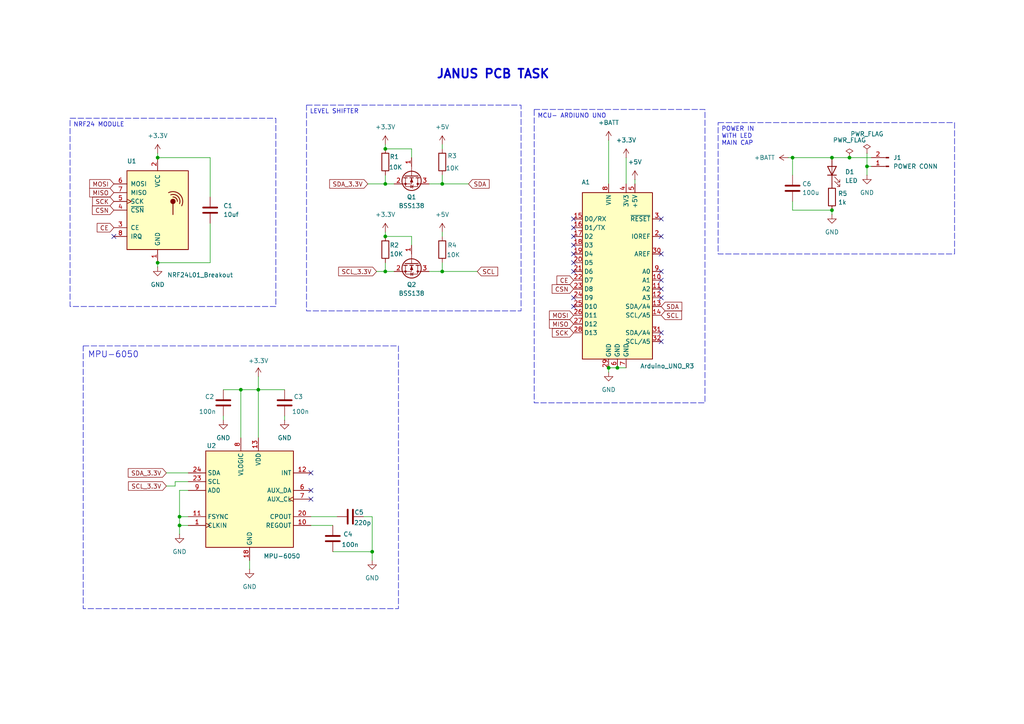
<source format=kicad_sch>
(kicad_sch
	(version 20231120)
	(generator "eeschema")
	(generator_version "8.0")
	(uuid "92137e34-f414-40e2-a0eb-c4219519b404")
	(paper "A4")
	(title_block
		(title "Janus PCB Task ")
		(date "2024-09-05")
		(rev "V1")
		(comment 1 "Understand the Schmatics")
		(comment 2 "All the components are assigned ")
	)
	(lib_symbols
		(symbol "Connector:Conn_01x02_Pin"
			(pin_names
				(offset 1.016) hide)
			(exclude_from_sim no)
			(in_bom yes)
			(on_board yes)
			(property "Reference" "J"
				(at 0 2.54 0)
				(effects
					(font
						(size 1.27 1.27)
					)
				)
			)
			(property "Value" "Conn_01x02_Pin"
				(at 0 -5.08 0)
				(effects
					(font
						(size 1.27 1.27)
					)
				)
			)
			(property "Footprint" ""
				(at 0 0 0)
				(effects
					(font
						(size 1.27 1.27)
					)
					(hide yes)
				)
			)
			(property "Datasheet" "~"
				(at 0 0 0)
				(effects
					(font
						(size 1.27 1.27)
					)
					(hide yes)
				)
			)
			(property "Description" "Generic connector, single row, 01x02, script generated"
				(at 0 0 0)
				(effects
					(font
						(size 1.27 1.27)
					)
					(hide yes)
				)
			)
			(property "ki_locked" ""
				(at 0 0 0)
				(effects
					(font
						(size 1.27 1.27)
					)
				)
			)
			(property "ki_keywords" "connector"
				(at 0 0 0)
				(effects
					(font
						(size 1.27 1.27)
					)
					(hide yes)
				)
			)
			(property "ki_fp_filters" "Connector*:*_1x??_*"
				(at 0 0 0)
				(effects
					(font
						(size 1.27 1.27)
					)
					(hide yes)
				)
			)
			(symbol "Conn_01x02_Pin_1_1"
				(polyline
					(pts
						(xy 1.27 -2.54) (xy 0.8636 -2.54)
					)
					(stroke
						(width 0.1524)
						(type default)
					)
					(fill
						(type none)
					)
				)
				(polyline
					(pts
						(xy 1.27 0) (xy 0.8636 0)
					)
					(stroke
						(width 0.1524)
						(type default)
					)
					(fill
						(type none)
					)
				)
				(rectangle
					(start 0.8636 -2.413)
					(end 0 -2.667)
					(stroke
						(width 0.1524)
						(type default)
					)
					(fill
						(type outline)
					)
				)
				(rectangle
					(start 0.8636 0.127)
					(end 0 -0.127)
					(stroke
						(width 0.1524)
						(type default)
					)
					(fill
						(type outline)
					)
				)
				(pin passive line
					(at 5.08 0 180)
					(length 3.81)
					(name "Pin_1"
						(effects
							(font
								(size 1.27 1.27)
							)
						)
					)
					(number "1"
						(effects
							(font
								(size 1.27 1.27)
							)
						)
					)
				)
				(pin passive line
					(at 5.08 -2.54 180)
					(length 3.81)
					(name "Pin_2"
						(effects
							(font
								(size 1.27 1.27)
							)
						)
					)
					(number "2"
						(effects
							(font
								(size 1.27 1.27)
							)
						)
					)
				)
			)
		)
		(symbol "Device:C"
			(pin_numbers hide)
			(pin_names
				(offset 0.254)
			)
			(exclude_from_sim no)
			(in_bom yes)
			(on_board yes)
			(property "Reference" "C"
				(at 0.635 2.54 0)
				(effects
					(font
						(size 1.27 1.27)
					)
					(justify left)
				)
			)
			(property "Value" "C"
				(at 0.635 -2.54 0)
				(effects
					(font
						(size 1.27 1.27)
					)
					(justify left)
				)
			)
			(property "Footprint" ""
				(at 0.9652 -3.81 0)
				(effects
					(font
						(size 1.27 1.27)
					)
					(hide yes)
				)
			)
			(property "Datasheet" "~"
				(at 0 0 0)
				(effects
					(font
						(size 1.27 1.27)
					)
					(hide yes)
				)
			)
			(property "Description" "Unpolarized capacitor"
				(at 0 0 0)
				(effects
					(font
						(size 1.27 1.27)
					)
					(hide yes)
				)
			)
			(property "ki_keywords" "cap capacitor"
				(at 0 0 0)
				(effects
					(font
						(size 1.27 1.27)
					)
					(hide yes)
				)
			)
			(property "ki_fp_filters" "C_*"
				(at 0 0 0)
				(effects
					(font
						(size 1.27 1.27)
					)
					(hide yes)
				)
			)
			(symbol "C_0_1"
				(polyline
					(pts
						(xy -2.032 -0.762) (xy 2.032 -0.762)
					)
					(stroke
						(width 0.508)
						(type default)
					)
					(fill
						(type none)
					)
				)
				(polyline
					(pts
						(xy -2.032 0.762) (xy 2.032 0.762)
					)
					(stroke
						(width 0.508)
						(type default)
					)
					(fill
						(type none)
					)
				)
			)
			(symbol "C_1_1"
				(pin passive line
					(at 0 3.81 270)
					(length 2.794)
					(name "~"
						(effects
							(font
								(size 1.27 1.27)
							)
						)
					)
					(number "1"
						(effects
							(font
								(size 1.27 1.27)
							)
						)
					)
				)
				(pin passive line
					(at 0 -3.81 90)
					(length 2.794)
					(name "~"
						(effects
							(font
								(size 1.27 1.27)
							)
						)
					)
					(number "2"
						(effects
							(font
								(size 1.27 1.27)
							)
						)
					)
				)
			)
		)
		(symbol "Device:LED"
			(pin_numbers hide)
			(pin_names
				(offset 1.016) hide)
			(exclude_from_sim no)
			(in_bom yes)
			(on_board yes)
			(property "Reference" "D"
				(at 0 2.54 0)
				(effects
					(font
						(size 1.27 1.27)
					)
				)
			)
			(property "Value" "LED"
				(at 0 -2.54 0)
				(effects
					(font
						(size 1.27 1.27)
					)
				)
			)
			(property "Footprint" ""
				(at 0 0 0)
				(effects
					(font
						(size 1.27 1.27)
					)
					(hide yes)
				)
			)
			(property "Datasheet" "~"
				(at 0 0 0)
				(effects
					(font
						(size 1.27 1.27)
					)
					(hide yes)
				)
			)
			(property "Description" "Light emitting diode"
				(at 0 0 0)
				(effects
					(font
						(size 1.27 1.27)
					)
					(hide yes)
				)
			)
			(property "ki_keywords" "LED diode"
				(at 0 0 0)
				(effects
					(font
						(size 1.27 1.27)
					)
					(hide yes)
				)
			)
			(property "ki_fp_filters" "LED* LED_SMD:* LED_THT:*"
				(at 0 0 0)
				(effects
					(font
						(size 1.27 1.27)
					)
					(hide yes)
				)
			)
			(symbol "LED_0_1"
				(polyline
					(pts
						(xy -1.27 -1.27) (xy -1.27 1.27)
					)
					(stroke
						(width 0.254)
						(type default)
					)
					(fill
						(type none)
					)
				)
				(polyline
					(pts
						(xy -1.27 0) (xy 1.27 0)
					)
					(stroke
						(width 0)
						(type default)
					)
					(fill
						(type none)
					)
				)
				(polyline
					(pts
						(xy 1.27 -1.27) (xy 1.27 1.27) (xy -1.27 0) (xy 1.27 -1.27)
					)
					(stroke
						(width 0.254)
						(type default)
					)
					(fill
						(type none)
					)
				)
				(polyline
					(pts
						(xy -3.048 -0.762) (xy -4.572 -2.286) (xy -3.81 -2.286) (xy -4.572 -2.286) (xy -4.572 -1.524)
					)
					(stroke
						(width 0)
						(type default)
					)
					(fill
						(type none)
					)
				)
				(polyline
					(pts
						(xy -1.778 -0.762) (xy -3.302 -2.286) (xy -2.54 -2.286) (xy -3.302 -2.286) (xy -3.302 -1.524)
					)
					(stroke
						(width 0)
						(type default)
					)
					(fill
						(type none)
					)
				)
			)
			(symbol "LED_1_1"
				(pin passive line
					(at -3.81 0 0)
					(length 2.54)
					(name "K"
						(effects
							(font
								(size 1.27 1.27)
							)
						)
					)
					(number "1"
						(effects
							(font
								(size 1.27 1.27)
							)
						)
					)
				)
				(pin passive line
					(at 3.81 0 180)
					(length 2.54)
					(name "A"
						(effects
							(font
								(size 1.27 1.27)
							)
						)
					)
					(number "2"
						(effects
							(font
								(size 1.27 1.27)
							)
						)
					)
				)
			)
		)
		(symbol "Device:R"
			(pin_numbers hide)
			(pin_names
				(offset 0)
			)
			(exclude_from_sim no)
			(in_bom yes)
			(on_board yes)
			(property "Reference" "R"
				(at 2.032 0 90)
				(effects
					(font
						(size 1.27 1.27)
					)
				)
			)
			(property "Value" "R"
				(at 0 0 90)
				(effects
					(font
						(size 1.27 1.27)
					)
				)
			)
			(property "Footprint" ""
				(at -1.778 0 90)
				(effects
					(font
						(size 1.27 1.27)
					)
					(hide yes)
				)
			)
			(property "Datasheet" "~"
				(at 0 0 0)
				(effects
					(font
						(size 1.27 1.27)
					)
					(hide yes)
				)
			)
			(property "Description" "Resistor"
				(at 0 0 0)
				(effects
					(font
						(size 1.27 1.27)
					)
					(hide yes)
				)
			)
			(property "ki_keywords" "R res resistor"
				(at 0 0 0)
				(effects
					(font
						(size 1.27 1.27)
					)
					(hide yes)
				)
			)
			(property "ki_fp_filters" "R_*"
				(at 0 0 0)
				(effects
					(font
						(size 1.27 1.27)
					)
					(hide yes)
				)
			)
			(symbol "R_0_1"
				(rectangle
					(start -1.016 -2.54)
					(end 1.016 2.54)
					(stroke
						(width 0.254)
						(type default)
					)
					(fill
						(type none)
					)
				)
			)
			(symbol "R_1_1"
				(pin passive line
					(at 0 3.81 270)
					(length 1.27)
					(name "~"
						(effects
							(font
								(size 1.27 1.27)
							)
						)
					)
					(number "1"
						(effects
							(font
								(size 1.27 1.27)
							)
						)
					)
				)
				(pin passive line
					(at 0 -3.81 90)
					(length 1.27)
					(name "~"
						(effects
							(font
								(size 1.27 1.27)
							)
						)
					)
					(number "2"
						(effects
							(font
								(size 1.27 1.27)
							)
						)
					)
				)
			)
		)
		(symbol "MCU_Module:Arduino_UNO_R3"
			(exclude_from_sim no)
			(in_bom yes)
			(on_board yes)
			(property "Reference" "A"
				(at -10.16 23.495 0)
				(effects
					(font
						(size 1.27 1.27)
					)
					(justify left bottom)
				)
			)
			(property "Value" "Arduino_UNO_R3"
				(at 5.08 -26.67 0)
				(effects
					(font
						(size 1.27 1.27)
					)
					(justify left top)
				)
			)
			(property "Footprint" "Module:Arduino_UNO_R3"
				(at 0 0 0)
				(effects
					(font
						(size 1.27 1.27)
						(italic yes)
					)
					(hide yes)
				)
			)
			(property "Datasheet" "https://www.arduino.cc/en/Main/arduinoBoardUno"
				(at 0 0 0)
				(effects
					(font
						(size 1.27 1.27)
					)
					(hide yes)
				)
			)
			(property "Description" "Arduino UNO Microcontroller Module, release 3"
				(at 0 0 0)
				(effects
					(font
						(size 1.27 1.27)
					)
					(hide yes)
				)
			)
			(property "ki_keywords" "Arduino UNO R3 Microcontroller Module Atmel AVR USB"
				(at 0 0 0)
				(effects
					(font
						(size 1.27 1.27)
					)
					(hide yes)
				)
			)
			(property "ki_fp_filters" "Arduino*UNO*R3*"
				(at 0 0 0)
				(effects
					(font
						(size 1.27 1.27)
					)
					(hide yes)
				)
			)
			(symbol "Arduino_UNO_R3_0_1"
				(rectangle
					(start -10.16 22.86)
					(end 10.16 -25.4)
					(stroke
						(width 0.254)
						(type default)
					)
					(fill
						(type background)
					)
				)
			)
			(symbol "Arduino_UNO_R3_1_1"
				(pin no_connect line
					(at -10.16 -20.32 0)
					(length 2.54) hide
					(name "NC"
						(effects
							(font
								(size 1.27 1.27)
							)
						)
					)
					(number "1"
						(effects
							(font
								(size 1.27 1.27)
							)
						)
					)
				)
				(pin bidirectional line
					(at 12.7 -2.54 180)
					(length 2.54)
					(name "A1"
						(effects
							(font
								(size 1.27 1.27)
							)
						)
					)
					(number "10"
						(effects
							(font
								(size 1.27 1.27)
							)
						)
					)
				)
				(pin bidirectional line
					(at 12.7 -5.08 180)
					(length 2.54)
					(name "A2"
						(effects
							(font
								(size 1.27 1.27)
							)
						)
					)
					(number "11"
						(effects
							(font
								(size 1.27 1.27)
							)
						)
					)
				)
				(pin bidirectional line
					(at 12.7 -7.62 180)
					(length 2.54)
					(name "A3"
						(effects
							(font
								(size 1.27 1.27)
							)
						)
					)
					(number "12"
						(effects
							(font
								(size 1.27 1.27)
							)
						)
					)
				)
				(pin bidirectional line
					(at 12.7 -10.16 180)
					(length 2.54)
					(name "SDA/A4"
						(effects
							(font
								(size 1.27 1.27)
							)
						)
					)
					(number "13"
						(effects
							(font
								(size 1.27 1.27)
							)
						)
					)
				)
				(pin bidirectional line
					(at 12.7 -12.7 180)
					(length 2.54)
					(name "SCL/A5"
						(effects
							(font
								(size 1.27 1.27)
							)
						)
					)
					(number "14"
						(effects
							(font
								(size 1.27 1.27)
							)
						)
					)
				)
				(pin bidirectional line
					(at -12.7 15.24 0)
					(length 2.54)
					(name "D0/RX"
						(effects
							(font
								(size 1.27 1.27)
							)
						)
					)
					(number "15"
						(effects
							(font
								(size 1.27 1.27)
							)
						)
					)
				)
				(pin bidirectional line
					(at -12.7 12.7 0)
					(length 2.54)
					(name "D1/TX"
						(effects
							(font
								(size 1.27 1.27)
							)
						)
					)
					(number "16"
						(effects
							(font
								(size 1.27 1.27)
							)
						)
					)
				)
				(pin bidirectional line
					(at -12.7 10.16 0)
					(length 2.54)
					(name "D2"
						(effects
							(font
								(size 1.27 1.27)
							)
						)
					)
					(number "17"
						(effects
							(font
								(size 1.27 1.27)
							)
						)
					)
				)
				(pin bidirectional line
					(at -12.7 7.62 0)
					(length 2.54)
					(name "D3"
						(effects
							(font
								(size 1.27 1.27)
							)
						)
					)
					(number "18"
						(effects
							(font
								(size 1.27 1.27)
							)
						)
					)
				)
				(pin bidirectional line
					(at -12.7 5.08 0)
					(length 2.54)
					(name "D4"
						(effects
							(font
								(size 1.27 1.27)
							)
						)
					)
					(number "19"
						(effects
							(font
								(size 1.27 1.27)
							)
						)
					)
				)
				(pin output line
					(at 12.7 10.16 180)
					(length 2.54)
					(name "IOREF"
						(effects
							(font
								(size 1.27 1.27)
							)
						)
					)
					(number "2"
						(effects
							(font
								(size 1.27 1.27)
							)
						)
					)
				)
				(pin bidirectional line
					(at -12.7 2.54 0)
					(length 2.54)
					(name "D5"
						(effects
							(font
								(size 1.27 1.27)
							)
						)
					)
					(number "20"
						(effects
							(font
								(size 1.27 1.27)
							)
						)
					)
				)
				(pin bidirectional line
					(at -12.7 0 0)
					(length 2.54)
					(name "D6"
						(effects
							(font
								(size 1.27 1.27)
							)
						)
					)
					(number "21"
						(effects
							(font
								(size 1.27 1.27)
							)
						)
					)
				)
				(pin bidirectional line
					(at -12.7 -2.54 0)
					(length 2.54)
					(name "D7"
						(effects
							(font
								(size 1.27 1.27)
							)
						)
					)
					(number "22"
						(effects
							(font
								(size 1.27 1.27)
							)
						)
					)
				)
				(pin bidirectional line
					(at -12.7 -5.08 0)
					(length 2.54)
					(name "D8"
						(effects
							(font
								(size 1.27 1.27)
							)
						)
					)
					(number "23"
						(effects
							(font
								(size 1.27 1.27)
							)
						)
					)
				)
				(pin bidirectional line
					(at -12.7 -7.62 0)
					(length 2.54)
					(name "D9"
						(effects
							(font
								(size 1.27 1.27)
							)
						)
					)
					(number "24"
						(effects
							(font
								(size 1.27 1.27)
							)
						)
					)
				)
				(pin bidirectional line
					(at -12.7 -10.16 0)
					(length 2.54)
					(name "D10"
						(effects
							(font
								(size 1.27 1.27)
							)
						)
					)
					(number "25"
						(effects
							(font
								(size 1.27 1.27)
							)
						)
					)
				)
				(pin bidirectional line
					(at -12.7 -12.7 0)
					(length 2.54)
					(name "D11"
						(effects
							(font
								(size 1.27 1.27)
							)
						)
					)
					(number "26"
						(effects
							(font
								(size 1.27 1.27)
							)
						)
					)
				)
				(pin bidirectional line
					(at -12.7 -15.24 0)
					(length 2.54)
					(name "D12"
						(effects
							(font
								(size 1.27 1.27)
							)
						)
					)
					(number "27"
						(effects
							(font
								(size 1.27 1.27)
							)
						)
					)
				)
				(pin bidirectional line
					(at -12.7 -17.78 0)
					(length 2.54)
					(name "D13"
						(effects
							(font
								(size 1.27 1.27)
							)
						)
					)
					(number "28"
						(effects
							(font
								(size 1.27 1.27)
							)
						)
					)
				)
				(pin power_in line
					(at -2.54 -27.94 90)
					(length 2.54)
					(name "GND"
						(effects
							(font
								(size 1.27 1.27)
							)
						)
					)
					(number "29"
						(effects
							(font
								(size 1.27 1.27)
							)
						)
					)
				)
				(pin input line
					(at 12.7 15.24 180)
					(length 2.54)
					(name "~{RESET}"
						(effects
							(font
								(size 1.27 1.27)
							)
						)
					)
					(number "3"
						(effects
							(font
								(size 1.27 1.27)
							)
						)
					)
				)
				(pin input line
					(at 12.7 5.08 180)
					(length 2.54)
					(name "AREF"
						(effects
							(font
								(size 1.27 1.27)
							)
						)
					)
					(number "30"
						(effects
							(font
								(size 1.27 1.27)
							)
						)
					)
				)
				(pin bidirectional line
					(at 12.7 -17.78 180)
					(length 2.54)
					(name "SDA/A4"
						(effects
							(font
								(size 1.27 1.27)
							)
						)
					)
					(number "31"
						(effects
							(font
								(size 1.27 1.27)
							)
						)
					)
				)
				(pin bidirectional line
					(at 12.7 -20.32 180)
					(length 2.54)
					(name "SCL/A5"
						(effects
							(font
								(size 1.27 1.27)
							)
						)
					)
					(number "32"
						(effects
							(font
								(size 1.27 1.27)
							)
						)
					)
				)
				(pin power_out line
					(at 2.54 25.4 270)
					(length 2.54)
					(name "3V3"
						(effects
							(font
								(size 1.27 1.27)
							)
						)
					)
					(number "4"
						(effects
							(font
								(size 1.27 1.27)
							)
						)
					)
				)
				(pin power_out line
					(at 5.08 25.4 270)
					(length 2.54)
					(name "+5V"
						(effects
							(font
								(size 1.27 1.27)
							)
						)
					)
					(number "5"
						(effects
							(font
								(size 1.27 1.27)
							)
						)
					)
				)
				(pin power_in line
					(at 0 -27.94 90)
					(length 2.54)
					(name "GND"
						(effects
							(font
								(size 1.27 1.27)
							)
						)
					)
					(number "6"
						(effects
							(font
								(size 1.27 1.27)
							)
						)
					)
				)
				(pin power_in line
					(at 2.54 -27.94 90)
					(length 2.54)
					(name "GND"
						(effects
							(font
								(size 1.27 1.27)
							)
						)
					)
					(number "7"
						(effects
							(font
								(size 1.27 1.27)
							)
						)
					)
				)
				(pin power_in line
					(at -2.54 25.4 270)
					(length 2.54)
					(name "VIN"
						(effects
							(font
								(size 1.27 1.27)
							)
						)
					)
					(number "8"
						(effects
							(font
								(size 1.27 1.27)
							)
						)
					)
				)
				(pin bidirectional line
					(at 12.7 0 180)
					(length 2.54)
					(name "A0"
						(effects
							(font
								(size 1.27 1.27)
							)
						)
					)
					(number "9"
						(effects
							(font
								(size 1.27 1.27)
							)
						)
					)
				)
			)
		)
		(symbol "RF:NRF24L01_Breakout"
			(pin_names
				(offset 1.016)
			)
			(exclude_from_sim no)
			(in_bom yes)
			(on_board yes)
			(property "Reference" "U"
				(at -8.89 12.7 0)
				(effects
					(font
						(size 1.27 1.27)
					)
					(justify left)
				)
			)
			(property "Value" "NRF24L01_Breakout"
				(at 3.81 12.7 0)
				(effects
					(font
						(size 1.27 1.27)
					)
					(justify left)
				)
			)
			(property "Footprint" "RF_Module:nRF24L01_Breakout"
				(at 3.81 15.24 0)
				(effects
					(font
						(size 1.27 1.27)
						(italic yes)
					)
					(justify left)
					(hide yes)
				)
			)
			(property "Datasheet" "http://www.nordicsemi.com/eng/content/download/2730/34105/file/nRF24L01_Product_Specification_v2_0.pdf"
				(at 0 -2.54 0)
				(effects
					(font
						(size 1.27 1.27)
					)
					(hide yes)
				)
			)
			(property "Description" "Ultra low power 2.4GHz RF Transceiver, Carrier PCB"
				(at 0 0 0)
				(effects
					(font
						(size 1.27 1.27)
					)
					(hide yes)
				)
			)
			(property "ki_keywords" "Low Power RF Transceiver breakout carrier"
				(at 0 0 0)
				(effects
					(font
						(size 1.27 1.27)
					)
					(hide yes)
				)
			)
			(property "ki_fp_filters" "nRF24L01*Breakout*"
				(at 0 0 0)
				(effects
					(font
						(size 1.27 1.27)
					)
					(hide yes)
				)
			)
			(symbol "NRF24L01_Breakout_0_1"
				(rectangle
					(start -8.89 11.43)
					(end 8.89 -11.43)
					(stroke
						(width 0.254)
						(type default)
					)
					(fill
						(type background)
					)
				)
				(polyline
					(pts
						(xy 4.445 1.905) (xy 4.445 -1.27)
					)
					(stroke
						(width 0.254)
						(type default)
					)
					(fill
						(type none)
					)
				)
				(circle
					(center 4.445 2.54)
					(radius 0.635)
					(stroke
						(width 0.254)
						(type default)
					)
					(fill
						(type outline)
					)
				)
				(arc
					(start 5.715 2.54)
					(mid 5.3521 3.4546)
					(end 4.445 3.81)
					(stroke
						(width 0.254)
						(type default)
					)
					(fill
						(type none)
					)
				)
				(arc
					(start 6.35 1.905)
					(mid 5.8763 3.9854)
					(end 3.81 4.445)
					(stroke
						(width 0.254)
						(type default)
					)
					(fill
						(type none)
					)
				)
				(arc
					(start 6.985 1.27)
					(mid 6.453 4.548)
					(end 3.175 5.08)
					(stroke
						(width 0.254)
						(type default)
					)
					(fill
						(type none)
					)
				)
			)
			(symbol "NRF24L01_Breakout_1_1"
				(pin power_in line
					(at 0 -15.24 90)
					(length 3.81)
					(name "GND"
						(effects
							(font
								(size 1.27 1.27)
							)
						)
					)
					(number "1"
						(effects
							(font
								(size 1.27 1.27)
							)
						)
					)
				)
				(pin power_in line
					(at 0 15.24 270)
					(length 3.81)
					(name "VCC"
						(effects
							(font
								(size 1.27 1.27)
							)
						)
					)
					(number "2"
						(effects
							(font
								(size 1.27 1.27)
							)
						)
					)
				)
				(pin input line
					(at -12.7 -5.08 0)
					(length 3.81)
					(name "CE"
						(effects
							(font
								(size 1.27 1.27)
							)
						)
					)
					(number "3"
						(effects
							(font
								(size 1.27 1.27)
							)
						)
					)
				)
				(pin input line
					(at -12.7 0 0)
					(length 3.81)
					(name "~{CSN}"
						(effects
							(font
								(size 1.27 1.27)
							)
						)
					)
					(number "4"
						(effects
							(font
								(size 1.27 1.27)
							)
						)
					)
				)
				(pin input clock
					(at -12.7 2.54 0)
					(length 3.81)
					(name "SCK"
						(effects
							(font
								(size 1.27 1.27)
							)
						)
					)
					(number "5"
						(effects
							(font
								(size 1.27 1.27)
							)
						)
					)
				)
				(pin input line
					(at -12.7 7.62 0)
					(length 3.81)
					(name "MOSI"
						(effects
							(font
								(size 1.27 1.27)
							)
						)
					)
					(number "6"
						(effects
							(font
								(size 1.27 1.27)
							)
						)
					)
				)
				(pin output line
					(at -12.7 5.08 0)
					(length 3.81)
					(name "MISO"
						(effects
							(font
								(size 1.27 1.27)
							)
						)
					)
					(number "7"
						(effects
							(font
								(size 1.27 1.27)
							)
						)
					)
				)
				(pin output line
					(at -12.7 -7.62 0)
					(length 3.81)
					(name "IRQ"
						(effects
							(font
								(size 1.27 1.27)
							)
						)
					)
					(number "8"
						(effects
							(font
								(size 1.27 1.27)
							)
						)
					)
				)
			)
		)
		(symbol "Sensor_Motion:MPU-6050"
			(exclude_from_sim no)
			(in_bom yes)
			(on_board yes)
			(property "Reference" "U"
				(at -11.43 13.97 0)
				(effects
					(font
						(size 1.27 1.27)
					)
				)
			)
			(property "Value" "MPU-6050"
				(at 7.62 -15.24 0)
				(effects
					(font
						(size 1.27 1.27)
					)
				)
			)
			(property "Footprint" "Sensor_Motion:InvenSense_QFN-24_4x4mm_P0.5mm"
				(at 0 -20.32 0)
				(effects
					(font
						(size 1.27 1.27)
					)
					(hide yes)
				)
			)
			(property "Datasheet" "https://invensense.tdk.com/wp-content/uploads/2015/02/MPU-6000-Datasheet1.pdf"
				(at 0 -3.81 0)
				(effects
					(font
						(size 1.27 1.27)
					)
					(hide yes)
				)
			)
			(property "Description" "InvenSense 6-Axis Motion Sensor, Gyroscope, Accelerometer, I2C"
				(at 0 0 0)
				(effects
					(font
						(size 1.27 1.27)
					)
					(hide yes)
				)
			)
			(property "ki_keywords" "mems"
				(at 0 0 0)
				(effects
					(font
						(size 1.27 1.27)
					)
					(hide yes)
				)
			)
			(property "ki_fp_filters" "*QFN*4x4mm*P0.5mm*"
				(at 0 0 0)
				(effects
					(font
						(size 1.27 1.27)
					)
					(hide yes)
				)
			)
			(symbol "MPU-6050_0_0"
				(text ""
					(at 12.7 -2.54 0)
					(effects
						(font
							(size 1.27 1.27)
						)
					)
				)
			)
			(symbol "MPU-6050_0_1"
				(rectangle
					(start -12.7 13.97)
					(end 12.7 -13.97)
					(stroke
						(width 0.254)
						(type default)
					)
					(fill
						(type background)
					)
				)
			)
			(symbol "MPU-6050_1_1"
				(pin input clock
					(at -17.78 -7.62 0)
					(length 5.08)
					(name "CLKIN"
						(effects
							(font
								(size 1.27 1.27)
							)
						)
					)
					(number "1"
						(effects
							(font
								(size 1.27 1.27)
							)
						)
					)
				)
				(pin passive line
					(at 17.78 -7.62 180)
					(length 5.08)
					(name "REGOUT"
						(effects
							(font
								(size 1.27 1.27)
							)
						)
					)
					(number "10"
						(effects
							(font
								(size 1.27 1.27)
							)
						)
					)
				)
				(pin input line
					(at -17.78 -5.08 0)
					(length 5.08)
					(name "FSYNC"
						(effects
							(font
								(size 1.27 1.27)
							)
						)
					)
					(number "11"
						(effects
							(font
								(size 1.27 1.27)
							)
						)
					)
				)
				(pin output line
					(at 17.78 7.62 180)
					(length 5.08)
					(name "INT"
						(effects
							(font
								(size 1.27 1.27)
							)
						)
					)
					(number "12"
						(effects
							(font
								(size 1.27 1.27)
							)
						)
					)
				)
				(pin power_in line
					(at 2.54 17.78 270)
					(length 3.81)
					(name "VDD"
						(effects
							(font
								(size 1.27 1.27)
							)
						)
					)
					(number "13"
						(effects
							(font
								(size 1.27 1.27)
							)
						)
					)
				)
				(pin no_connect line
					(at -12.7 -10.16 0)
					(length 2.54) hide
					(name "NC"
						(effects
							(font
								(size 1.27 1.27)
							)
						)
					)
					(number "14"
						(effects
							(font
								(size 1.27 1.27)
							)
						)
					)
				)
				(pin no_connect line
					(at 12.7 12.7 180)
					(length 2.54) hide
					(name "NC"
						(effects
							(font
								(size 1.27 1.27)
							)
						)
					)
					(number "15"
						(effects
							(font
								(size 1.27 1.27)
							)
						)
					)
				)
				(pin no_connect line
					(at 12.7 10.16 180)
					(length 2.54) hide
					(name "NC"
						(effects
							(font
								(size 1.27 1.27)
							)
						)
					)
					(number "16"
						(effects
							(font
								(size 1.27 1.27)
							)
						)
					)
				)
				(pin no_connect line
					(at 12.7 5.08 180)
					(length 2.54) hide
					(name "NC"
						(effects
							(font
								(size 1.27 1.27)
							)
						)
					)
					(number "17"
						(effects
							(font
								(size 1.27 1.27)
							)
						)
					)
				)
				(pin power_in line
					(at 0 -17.78 90)
					(length 3.81)
					(name "GND"
						(effects
							(font
								(size 1.27 1.27)
							)
						)
					)
					(number "18"
						(effects
							(font
								(size 1.27 1.27)
							)
						)
					)
				)
				(pin no_connect line
					(at 12.7 -10.16 180)
					(length 2.54) hide
					(name "RESV"
						(effects
							(font
								(size 1.27 1.27)
							)
						)
					)
					(number "19"
						(effects
							(font
								(size 1.27 1.27)
							)
						)
					)
				)
				(pin no_connect line
					(at -12.7 12.7 0)
					(length 2.54) hide
					(name "NC"
						(effects
							(font
								(size 1.27 1.27)
							)
						)
					)
					(number "2"
						(effects
							(font
								(size 1.27 1.27)
							)
						)
					)
				)
				(pin passive line
					(at 17.78 -5.08 180)
					(length 5.08)
					(name "CPOUT"
						(effects
							(font
								(size 1.27 1.27)
							)
						)
					)
					(number "20"
						(effects
							(font
								(size 1.27 1.27)
							)
						)
					)
				)
				(pin no_connect line
					(at 12.7 -2.54 180)
					(length 2.54) hide
					(name "RESV"
						(effects
							(font
								(size 1.27 1.27)
							)
						)
					)
					(number "21"
						(effects
							(font
								(size 1.27 1.27)
							)
						)
					)
				)
				(pin no_connect line
					(at 12.7 -12.7 180)
					(length 2.54) hide
					(name "RESV"
						(effects
							(font
								(size 1.27 1.27)
							)
						)
					)
					(number "22"
						(effects
							(font
								(size 1.27 1.27)
							)
						)
					)
				)
				(pin input line
					(at -17.78 5.08 0)
					(length 5.08)
					(name "SCL"
						(effects
							(font
								(size 1.27 1.27)
							)
						)
					)
					(number "23"
						(effects
							(font
								(size 1.27 1.27)
							)
						)
					)
				)
				(pin bidirectional line
					(at -17.78 7.62 0)
					(length 5.08)
					(name "SDA"
						(effects
							(font
								(size 1.27 1.27)
							)
						)
					)
					(number "24"
						(effects
							(font
								(size 1.27 1.27)
							)
						)
					)
				)
				(pin no_connect line
					(at -12.7 10.16 0)
					(length 2.54) hide
					(name "NC"
						(effects
							(font
								(size 1.27 1.27)
							)
						)
					)
					(number "3"
						(effects
							(font
								(size 1.27 1.27)
							)
						)
					)
				)
				(pin no_connect line
					(at -12.7 0 0)
					(length 2.54) hide
					(name "NC"
						(effects
							(font
								(size 1.27 1.27)
							)
						)
					)
					(number "4"
						(effects
							(font
								(size 1.27 1.27)
							)
						)
					)
				)
				(pin no_connect line
					(at -12.7 -2.54 0)
					(length 2.54) hide
					(name "NC"
						(effects
							(font
								(size 1.27 1.27)
							)
						)
					)
					(number "5"
						(effects
							(font
								(size 1.27 1.27)
							)
						)
					)
				)
				(pin bidirectional line
					(at 17.78 2.54 180)
					(length 5.08)
					(name "AUX_DA"
						(effects
							(font
								(size 1.27 1.27)
							)
						)
					)
					(number "6"
						(effects
							(font
								(size 1.27 1.27)
							)
						)
					)
				)
				(pin output clock
					(at 17.78 0 180)
					(length 5.08)
					(name "AUX_CL"
						(effects
							(font
								(size 1.27 1.27)
							)
						)
					)
					(number "7"
						(effects
							(font
								(size 1.27 1.27)
							)
						)
					)
				)
				(pin power_in line
					(at -2.54 17.78 270)
					(length 3.81)
					(name "VLOGIC"
						(effects
							(font
								(size 1.27 1.27)
							)
						)
					)
					(number "8"
						(effects
							(font
								(size 1.27 1.27)
							)
						)
					)
				)
				(pin input line
					(at -17.78 2.54 0)
					(length 5.08)
					(name "AD0"
						(effects
							(font
								(size 1.27 1.27)
							)
						)
					)
					(number "9"
						(effects
							(font
								(size 1.27 1.27)
							)
						)
					)
				)
			)
		)
		(symbol "Transistor_FET:BSS138"
			(pin_names hide)
			(exclude_from_sim no)
			(in_bom yes)
			(on_board yes)
			(property "Reference" "Q"
				(at 5.08 1.905 0)
				(effects
					(font
						(size 1.27 1.27)
					)
					(justify left)
				)
			)
			(property "Value" "BSS138"
				(at 5.08 0 0)
				(effects
					(font
						(size 1.27 1.27)
					)
					(justify left)
				)
			)
			(property "Footprint" "Package_TO_SOT_SMD:SOT-23"
				(at 5.08 -1.905 0)
				(effects
					(font
						(size 1.27 1.27)
						(italic yes)
					)
					(justify left)
					(hide yes)
				)
			)
			(property "Datasheet" "https://www.onsemi.com/pub/Collateral/BSS138-D.PDF"
				(at 5.08 -3.81 0)
				(effects
					(font
						(size 1.27 1.27)
					)
					(justify left)
					(hide yes)
				)
			)
			(property "Description" "50V Vds, 0.22A Id, N-Channel MOSFET, SOT-23"
				(at 0 0 0)
				(effects
					(font
						(size 1.27 1.27)
					)
					(hide yes)
				)
			)
			(property "ki_keywords" "N-Channel MOSFET"
				(at 0 0 0)
				(effects
					(font
						(size 1.27 1.27)
					)
					(hide yes)
				)
			)
			(property "ki_fp_filters" "SOT?23*"
				(at 0 0 0)
				(effects
					(font
						(size 1.27 1.27)
					)
					(hide yes)
				)
			)
			(symbol "BSS138_0_1"
				(polyline
					(pts
						(xy 0.254 0) (xy -2.54 0)
					)
					(stroke
						(width 0)
						(type default)
					)
					(fill
						(type none)
					)
				)
				(polyline
					(pts
						(xy 0.254 1.905) (xy 0.254 -1.905)
					)
					(stroke
						(width 0.254)
						(type default)
					)
					(fill
						(type none)
					)
				)
				(polyline
					(pts
						(xy 0.762 -1.27) (xy 0.762 -2.286)
					)
					(stroke
						(width 0.254)
						(type default)
					)
					(fill
						(type none)
					)
				)
				(polyline
					(pts
						(xy 0.762 0.508) (xy 0.762 -0.508)
					)
					(stroke
						(width 0.254)
						(type default)
					)
					(fill
						(type none)
					)
				)
				(polyline
					(pts
						(xy 0.762 2.286) (xy 0.762 1.27)
					)
					(stroke
						(width 0.254)
						(type default)
					)
					(fill
						(type none)
					)
				)
				(polyline
					(pts
						(xy 2.54 2.54) (xy 2.54 1.778)
					)
					(stroke
						(width 0)
						(type default)
					)
					(fill
						(type none)
					)
				)
				(polyline
					(pts
						(xy 2.54 -2.54) (xy 2.54 0) (xy 0.762 0)
					)
					(stroke
						(width 0)
						(type default)
					)
					(fill
						(type none)
					)
				)
				(polyline
					(pts
						(xy 0.762 -1.778) (xy 3.302 -1.778) (xy 3.302 1.778) (xy 0.762 1.778)
					)
					(stroke
						(width 0)
						(type default)
					)
					(fill
						(type none)
					)
				)
				(polyline
					(pts
						(xy 1.016 0) (xy 2.032 0.381) (xy 2.032 -0.381) (xy 1.016 0)
					)
					(stroke
						(width 0)
						(type default)
					)
					(fill
						(type outline)
					)
				)
				(polyline
					(pts
						(xy 2.794 0.508) (xy 2.921 0.381) (xy 3.683 0.381) (xy 3.81 0.254)
					)
					(stroke
						(width 0)
						(type default)
					)
					(fill
						(type none)
					)
				)
				(polyline
					(pts
						(xy 3.302 0.381) (xy 2.921 -0.254) (xy 3.683 -0.254) (xy 3.302 0.381)
					)
					(stroke
						(width 0)
						(type default)
					)
					(fill
						(type none)
					)
				)
				(circle
					(center 1.651 0)
					(radius 2.794)
					(stroke
						(width 0.254)
						(type default)
					)
					(fill
						(type none)
					)
				)
				(circle
					(center 2.54 -1.778)
					(radius 0.254)
					(stroke
						(width 0)
						(type default)
					)
					(fill
						(type outline)
					)
				)
				(circle
					(center 2.54 1.778)
					(radius 0.254)
					(stroke
						(width 0)
						(type default)
					)
					(fill
						(type outline)
					)
				)
			)
			(symbol "BSS138_1_1"
				(pin input line
					(at -5.08 0 0)
					(length 2.54)
					(name "G"
						(effects
							(font
								(size 1.27 1.27)
							)
						)
					)
					(number "1"
						(effects
							(font
								(size 1.27 1.27)
							)
						)
					)
				)
				(pin passive line
					(at 2.54 -5.08 90)
					(length 2.54)
					(name "S"
						(effects
							(font
								(size 1.27 1.27)
							)
						)
					)
					(number "2"
						(effects
							(font
								(size 1.27 1.27)
							)
						)
					)
				)
				(pin passive line
					(at 2.54 5.08 270)
					(length 2.54)
					(name "D"
						(effects
							(font
								(size 1.27 1.27)
							)
						)
					)
					(number "3"
						(effects
							(font
								(size 1.27 1.27)
							)
						)
					)
				)
			)
		)
		(symbol "power:+3.3V"
			(power)
			(pin_numbers hide)
			(pin_names
				(offset 0) hide)
			(exclude_from_sim no)
			(in_bom yes)
			(on_board yes)
			(property "Reference" "#PWR"
				(at 0 -3.81 0)
				(effects
					(font
						(size 1.27 1.27)
					)
					(hide yes)
				)
			)
			(property "Value" "+3.3V"
				(at 0 3.556 0)
				(effects
					(font
						(size 1.27 1.27)
					)
				)
			)
			(property "Footprint" ""
				(at 0 0 0)
				(effects
					(font
						(size 1.27 1.27)
					)
					(hide yes)
				)
			)
			(property "Datasheet" ""
				(at 0 0 0)
				(effects
					(font
						(size 1.27 1.27)
					)
					(hide yes)
				)
			)
			(property "Description" "Power symbol creates a global label with name \"+3.3V\""
				(at 0 0 0)
				(effects
					(font
						(size 1.27 1.27)
					)
					(hide yes)
				)
			)
			(property "ki_keywords" "global power"
				(at 0 0 0)
				(effects
					(font
						(size 1.27 1.27)
					)
					(hide yes)
				)
			)
			(symbol "+3.3V_0_1"
				(polyline
					(pts
						(xy -0.762 1.27) (xy 0 2.54)
					)
					(stroke
						(width 0)
						(type default)
					)
					(fill
						(type none)
					)
				)
				(polyline
					(pts
						(xy 0 0) (xy 0 2.54)
					)
					(stroke
						(width 0)
						(type default)
					)
					(fill
						(type none)
					)
				)
				(polyline
					(pts
						(xy 0 2.54) (xy 0.762 1.27)
					)
					(stroke
						(width 0)
						(type default)
					)
					(fill
						(type none)
					)
				)
			)
			(symbol "+3.3V_1_1"
				(pin power_in line
					(at 0 0 90)
					(length 0)
					(name "~"
						(effects
							(font
								(size 1.27 1.27)
							)
						)
					)
					(number "1"
						(effects
							(font
								(size 1.27 1.27)
							)
						)
					)
				)
			)
		)
		(symbol "power:+5V"
			(power)
			(pin_numbers hide)
			(pin_names
				(offset 0) hide)
			(exclude_from_sim no)
			(in_bom yes)
			(on_board yes)
			(property "Reference" "#PWR"
				(at 0 -3.81 0)
				(effects
					(font
						(size 1.27 1.27)
					)
					(hide yes)
				)
			)
			(property "Value" "+5V"
				(at 0 3.556 0)
				(effects
					(font
						(size 1.27 1.27)
					)
				)
			)
			(property "Footprint" ""
				(at 0 0 0)
				(effects
					(font
						(size 1.27 1.27)
					)
					(hide yes)
				)
			)
			(property "Datasheet" ""
				(at 0 0 0)
				(effects
					(font
						(size 1.27 1.27)
					)
					(hide yes)
				)
			)
			(property "Description" "Power symbol creates a global label with name \"+5V\""
				(at 0 0 0)
				(effects
					(font
						(size 1.27 1.27)
					)
					(hide yes)
				)
			)
			(property "ki_keywords" "global power"
				(at 0 0 0)
				(effects
					(font
						(size 1.27 1.27)
					)
					(hide yes)
				)
			)
			(symbol "+5V_0_1"
				(polyline
					(pts
						(xy -0.762 1.27) (xy 0 2.54)
					)
					(stroke
						(width 0)
						(type default)
					)
					(fill
						(type none)
					)
				)
				(polyline
					(pts
						(xy 0 0) (xy 0 2.54)
					)
					(stroke
						(width 0)
						(type default)
					)
					(fill
						(type none)
					)
				)
				(polyline
					(pts
						(xy 0 2.54) (xy 0.762 1.27)
					)
					(stroke
						(width 0)
						(type default)
					)
					(fill
						(type none)
					)
				)
			)
			(symbol "+5V_1_1"
				(pin power_in line
					(at 0 0 90)
					(length 0)
					(name "~"
						(effects
							(font
								(size 1.27 1.27)
							)
						)
					)
					(number "1"
						(effects
							(font
								(size 1.27 1.27)
							)
						)
					)
				)
			)
		)
		(symbol "power:+BATT"
			(power)
			(pin_numbers hide)
			(pin_names
				(offset 0) hide)
			(exclude_from_sim no)
			(in_bom yes)
			(on_board yes)
			(property "Reference" "#PWR"
				(at 0 -3.81 0)
				(effects
					(font
						(size 1.27 1.27)
					)
					(hide yes)
				)
			)
			(property "Value" "+BATT"
				(at 0 3.556 0)
				(effects
					(font
						(size 1.27 1.27)
					)
				)
			)
			(property "Footprint" ""
				(at 0 0 0)
				(effects
					(font
						(size 1.27 1.27)
					)
					(hide yes)
				)
			)
			(property "Datasheet" ""
				(at 0 0 0)
				(effects
					(font
						(size 1.27 1.27)
					)
					(hide yes)
				)
			)
			(property "Description" "Power symbol creates a global label with name \"+BATT\""
				(at 0 0 0)
				(effects
					(font
						(size 1.27 1.27)
					)
					(hide yes)
				)
			)
			(property "ki_keywords" "global power battery"
				(at 0 0 0)
				(effects
					(font
						(size 1.27 1.27)
					)
					(hide yes)
				)
			)
			(symbol "+BATT_0_1"
				(polyline
					(pts
						(xy -0.762 1.27) (xy 0 2.54)
					)
					(stroke
						(width 0)
						(type default)
					)
					(fill
						(type none)
					)
				)
				(polyline
					(pts
						(xy 0 0) (xy 0 2.54)
					)
					(stroke
						(width 0)
						(type default)
					)
					(fill
						(type none)
					)
				)
				(polyline
					(pts
						(xy 0 2.54) (xy 0.762 1.27)
					)
					(stroke
						(width 0)
						(type default)
					)
					(fill
						(type none)
					)
				)
			)
			(symbol "+BATT_1_1"
				(pin power_in line
					(at 0 0 90)
					(length 0)
					(name "~"
						(effects
							(font
								(size 1.27 1.27)
							)
						)
					)
					(number "1"
						(effects
							(font
								(size 1.27 1.27)
							)
						)
					)
				)
			)
		)
		(symbol "power:GND"
			(power)
			(pin_numbers hide)
			(pin_names
				(offset 0) hide)
			(exclude_from_sim no)
			(in_bom yes)
			(on_board yes)
			(property "Reference" "#PWR"
				(at 0 -6.35 0)
				(effects
					(font
						(size 1.27 1.27)
					)
					(hide yes)
				)
			)
			(property "Value" "GND"
				(at 0 -3.81 0)
				(effects
					(font
						(size 1.27 1.27)
					)
				)
			)
			(property "Footprint" ""
				(at 0 0 0)
				(effects
					(font
						(size 1.27 1.27)
					)
					(hide yes)
				)
			)
			(property "Datasheet" ""
				(at 0 0 0)
				(effects
					(font
						(size 1.27 1.27)
					)
					(hide yes)
				)
			)
			(property "Description" "Power symbol creates a global label with name \"GND\" , ground"
				(at 0 0 0)
				(effects
					(font
						(size 1.27 1.27)
					)
					(hide yes)
				)
			)
			(property "ki_keywords" "global power"
				(at 0 0 0)
				(effects
					(font
						(size 1.27 1.27)
					)
					(hide yes)
				)
			)
			(symbol "GND_0_1"
				(polyline
					(pts
						(xy 0 0) (xy 0 -1.27) (xy 1.27 -1.27) (xy 0 -2.54) (xy -1.27 -1.27) (xy 0 -1.27)
					)
					(stroke
						(width 0)
						(type default)
					)
					(fill
						(type none)
					)
				)
			)
			(symbol "GND_1_1"
				(pin power_in line
					(at 0 0 270)
					(length 0)
					(name "~"
						(effects
							(font
								(size 1.27 1.27)
							)
						)
					)
					(number "1"
						(effects
							(font
								(size 1.27 1.27)
							)
						)
					)
				)
			)
		)
		(symbol "power:PWR_FLAG"
			(power)
			(pin_numbers hide)
			(pin_names
				(offset 0) hide)
			(exclude_from_sim no)
			(in_bom yes)
			(on_board yes)
			(property "Reference" "#FLG"
				(at 0 1.905 0)
				(effects
					(font
						(size 1.27 1.27)
					)
					(hide yes)
				)
			)
			(property "Value" "PWR_FLAG"
				(at 0 3.81 0)
				(effects
					(font
						(size 1.27 1.27)
					)
				)
			)
			(property "Footprint" ""
				(at 0 0 0)
				(effects
					(font
						(size 1.27 1.27)
					)
					(hide yes)
				)
			)
			(property "Datasheet" "~"
				(at 0 0 0)
				(effects
					(font
						(size 1.27 1.27)
					)
					(hide yes)
				)
			)
			(property "Description" "Special symbol for telling ERC where power comes from"
				(at 0 0 0)
				(effects
					(font
						(size 1.27 1.27)
					)
					(hide yes)
				)
			)
			(property "ki_keywords" "flag power"
				(at 0 0 0)
				(effects
					(font
						(size 1.27 1.27)
					)
					(hide yes)
				)
			)
			(symbol "PWR_FLAG_0_0"
				(pin power_out line
					(at 0 0 90)
					(length 0)
					(name "~"
						(effects
							(font
								(size 1.27 1.27)
							)
						)
					)
					(number "1"
						(effects
							(font
								(size 1.27 1.27)
							)
						)
					)
				)
			)
			(symbol "PWR_FLAG_0_1"
				(polyline
					(pts
						(xy 0 0) (xy 0 1.27) (xy -1.016 1.905) (xy 0 2.54) (xy 1.016 1.905) (xy 0 1.27)
					)
					(stroke
						(width 0)
						(type default)
					)
					(fill
						(type none)
					)
				)
			)
		)
	)
	(junction
		(at 74.93 113.03)
		(diameter 0)
		(color 0 0 0 0)
		(uuid "04b8fb85-4262-4ab0-b7df-09cc73e495b0")
	)
	(junction
		(at 241.3 45.72)
		(diameter 0)
		(color 0 0 0 0)
		(uuid "09454b6e-693e-4e1e-8b78-00cfc44af19d")
	)
	(junction
		(at 128.27 53.34)
		(diameter 0)
		(color 0 0 0 0)
		(uuid "1f69d827-a95c-4264-b9bb-88e755e29638")
	)
	(junction
		(at 246.38 45.72)
		(diameter 0)
		(color 0 0 0 0)
		(uuid "20045cd7-8bb6-48ea-bb83-2bcee1c1ab4c")
	)
	(junction
		(at 111.76 78.74)
		(diameter 0)
		(color 0 0 0 0)
		(uuid "3e8138b5-a1e7-4163-b9ea-37137b8270c8")
	)
	(junction
		(at 229.87 45.72)
		(diameter 0)
		(color 0 0 0 0)
		(uuid "47d5b0e9-8431-4057-a6d1-23e56fe97f8c")
	)
	(junction
		(at 69.85 113.03)
		(diameter 0)
		(color 0 0 0 0)
		(uuid "6f0f5b21-3e9b-4d8d-930c-61abe98b0388")
	)
	(junction
		(at 128.27 78.74)
		(diameter 0)
		(color 0 0 0 0)
		(uuid "7707ee6c-44e0-4a6c-aab9-8d80b7e6211e")
	)
	(junction
		(at 241.3 60.96)
		(diameter 0)
		(color 0 0 0 0)
		(uuid "88581259-84ad-4fe2-9873-62e44241828c")
	)
	(junction
		(at 179.07 106.68)
		(diameter 0)
		(color 0 0 0 0)
		(uuid "8eafb01a-503c-4dab-bdee-a720e630e997")
	)
	(junction
		(at 45.72 45.72)
		(diameter 0)
		(color 0 0 0 0)
		(uuid "9bc56f71-ed00-4fc6-a1cd-72159907491e")
	)
	(junction
		(at 111.76 68.58)
		(diameter 0)
		(color 0 0 0 0)
		(uuid "a2c6b5cb-1e79-4da8-8a79-b4839817ff7e")
	)
	(junction
		(at 176.53 106.68)
		(diameter 0)
		(color 0 0 0 0)
		(uuid "a5ecf8be-5a9e-4075-8b99-b67754b46cb7")
	)
	(junction
		(at 107.95 160.02)
		(diameter 0)
		(color 0 0 0 0)
		(uuid "b9743042-b6ef-434b-aed5-6d4e68a57812")
	)
	(junction
		(at 111.76 53.34)
		(diameter 0)
		(color 0 0 0 0)
		(uuid "bfcb6311-96e6-4a41-89cf-043802ef613c")
	)
	(junction
		(at 52.07 149.86)
		(diameter 0)
		(color 0 0 0 0)
		(uuid "ce48811a-a70f-4046-8e86-279b54a06349")
	)
	(junction
		(at 45.72 76.2)
		(diameter 0)
		(color 0 0 0 0)
		(uuid "dd644490-6651-462d-a7aa-60be33f7a602")
	)
	(junction
		(at 251.46 48.26)
		(diameter 0)
		(color 0 0 0 0)
		(uuid "f0da22e1-790a-4b30-91c1-f641d0d4f721")
	)
	(junction
		(at 52.07 152.4)
		(diameter 0)
		(color 0 0 0 0)
		(uuid "f67b81af-ad70-4d97-94a9-eaabfc418834")
	)
	(junction
		(at 111.76 43.18)
		(diameter 0)
		(color 0 0 0 0)
		(uuid "f82928f7-e6a8-4f1e-be2a-0bb6ec6d08b4")
	)
	(no_connect
		(at 166.37 76.2)
		(uuid "091c50a2-df82-4505-9468-3f0f6d65c056")
	)
	(no_connect
		(at 90.17 142.24)
		(uuid "103a452d-4a11-464d-b269-0551994214aa")
	)
	(no_connect
		(at 191.77 99.06)
		(uuid "277315e3-924a-414e-8d3d-2f597739be7f")
	)
	(no_connect
		(at 166.37 73.66)
		(uuid "40a68889-6394-4c07-925f-b362c66f41b0")
	)
	(no_connect
		(at 191.77 73.66)
		(uuid "440b7b56-754f-46dd-b39d-92a512731db8")
	)
	(no_connect
		(at 166.37 63.5)
		(uuid "46dac498-cba6-4b94-83b3-f52bf1c3ccaf")
	)
	(no_connect
		(at 166.37 86.36)
		(uuid "4de1a48a-5db1-4716-923b-3f101a2682fb")
	)
	(no_connect
		(at 166.37 66.04)
		(uuid "4efbb120-f661-4fe6-b7d8-b826fe29721a")
	)
	(no_connect
		(at 90.17 137.16)
		(uuid "6d0dcff3-7422-4405-b73b-3d1f30573fd6")
	)
	(no_connect
		(at 166.37 71.12)
		(uuid "6e96a2ee-9677-4f27-a1b2-4e009524bba7")
	)
	(no_connect
		(at 166.37 68.58)
		(uuid "725fce0f-b018-4eba-994c-9417e0220ff4")
	)
	(no_connect
		(at 166.37 78.74)
		(uuid "b048461d-b8ea-4519-85bc-b3ec29d3a682")
	)
	(no_connect
		(at 191.77 86.36)
		(uuid "b92c134a-47f5-4074-9e70-593ea2c96b6b")
	)
	(no_connect
		(at 191.77 81.28)
		(uuid "be217eae-1a4d-4680-b2cf-9c8281dc33d1")
	)
	(no_connect
		(at 191.77 68.58)
		(uuid "c4e02ebf-a577-45d7-a3bc-b2bdc44ab034")
	)
	(no_connect
		(at 33.02 68.58)
		(uuid "c95e6664-40fd-4425-9709-f5e1ff0f4d66")
	)
	(no_connect
		(at 191.77 78.74)
		(uuid "da1a027f-be79-4a35-84c8-31c25b0e57d8")
	)
	(no_connect
		(at 191.77 96.52)
		(uuid "de9463d7-b896-41ba-be0a-bcb6fbcef0ca")
	)
	(no_connect
		(at 191.77 83.82)
		(uuid "df9e06e9-f221-4beb-af71-b001325e3e85")
	)
	(no_connect
		(at 90.17 144.78)
		(uuid "ec02341d-b173-449f-95c8-9a6bb7e7aefe")
	)
	(no_connect
		(at 191.77 63.5)
		(uuid "f1e604b3-2bfc-4388-a68a-71df16130f6f")
	)
	(no_connect
		(at 166.37 88.9)
		(uuid "fbe57360-d8a9-4d7b-b2ae-6e6acc5b6737")
	)
	(wire
		(pts
			(xy 241.3 60.96) (xy 241.3 62.23)
		)
		(stroke
			(width 0)
			(type default)
		)
		(uuid "02684575-6dc0-47f7-9112-91fa1c463b42")
	)
	(wire
		(pts
			(xy 45.72 44.45) (xy 45.72 45.72)
		)
		(stroke
			(width 0)
			(type default)
		)
		(uuid "08fbc3b7-4139-4aec-bc53-cfa293077c07")
	)
	(wire
		(pts
			(xy 111.76 50.8) (xy 111.76 53.34)
		)
		(stroke
			(width 0)
			(type default)
		)
		(uuid "0c442c66-e7db-48ec-9ef0-43bd67ab47fb")
	)
	(wire
		(pts
			(xy 74.93 113.03) (xy 74.93 127)
		)
		(stroke
			(width 0)
			(type default)
		)
		(uuid "0cb27f83-db18-4daf-8904-b6801a885aaf")
	)
	(wire
		(pts
			(xy 179.07 106.68) (xy 181.61 106.68)
		)
		(stroke
			(width 0)
			(type default)
		)
		(uuid "0d60e944-43f7-4da7-90b0-8e5ff6c101b1")
	)
	(wire
		(pts
			(xy 52.07 149.86) (xy 52.07 152.4)
		)
		(stroke
			(width 0)
			(type default)
		)
		(uuid "16dd6114-5322-49b1-845c-b971a2f5e2b8")
	)
	(wire
		(pts
			(xy 90.17 152.4) (xy 96.52 152.4)
		)
		(stroke
			(width 0)
			(type default)
		)
		(uuid "177c2285-94d9-406a-aab7-a357c852c335")
	)
	(wire
		(pts
			(xy 119.38 68.58) (xy 111.76 68.58)
		)
		(stroke
			(width 0)
			(type default)
		)
		(uuid "1e9a8e25-f002-4dfb-8f2d-92727f873f21")
	)
	(wire
		(pts
			(xy 107.95 149.86) (xy 107.95 160.02)
		)
		(stroke
			(width 0)
			(type default)
		)
		(uuid "21a89f6a-a817-4d04-95fd-40a5416dc243")
	)
	(wire
		(pts
			(xy 124.46 53.34) (xy 128.27 53.34)
		)
		(stroke
			(width 0)
			(type default)
		)
		(uuid "2f1a287c-4f18-433d-b82d-1fe1c314aa17")
	)
	(wire
		(pts
			(xy 229.87 60.96) (xy 241.3 60.96)
		)
		(stroke
			(width 0)
			(type default)
		)
		(uuid "3cd0f02d-56d8-4e78-88b9-dfdf9ee90bdb")
	)
	(wire
		(pts
			(xy 111.76 41.91) (xy 111.76 43.18)
		)
		(stroke
			(width 0)
			(type default)
		)
		(uuid "420d831d-ead5-4a88-8c6e-78bd71580722")
	)
	(wire
		(pts
			(xy 111.76 76.2) (xy 111.76 78.74)
		)
		(stroke
			(width 0)
			(type default)
		)
		(uuid "49c1db7a-8405-4bab-8d2b-33bc850ef6bf")
	)
	(wire
		(pts
			(xy 60.96 76.2) (xy 45.72 76.2)
		)
		(stroke
			(width 0)
			(type default)
		)
		(uuid "4ad6707b-3fbe-4bc7-876e-0d6933356984")
	)
	(wire
		(pts
			(xy 50.8 140.97) (xy 50.8 139.7)
		)
		(stroke
			(width 0)
			(type default)
		)
		(uuid "4bd6a656-767b-4a80-b94a-a0d949df20fc")
	)
	(wire
		(pts
			(xy 82.55 120.65) (xy 82.55 121.92)
		)
		(stroke
			(width 0)
			(type default)
		)
		(uuid "4c253584-23ad-4243-b345-489cfa6f5277")
	)
	(wire
		(pts
			(xy 54.61 149.86) (xy 52.07 149.86)
		)
		(stroke
			(width 0)
			(type default)
		)
		(uuid "4e97e9c6-da86-44d7-9ea9-b410fc78d007")
	)
	(wire
		(pts
			(xy 111.76 78.74) (xy 114.3 78.74)
		)
		(stroke
			(width 0)
			(type default)
		)
		(uuid "4fe46dd0-0333-42ec-be06-d27fd318fa60")
	)
	(wire
		(pts
			(xy 119.38 45.72) (xy 119.38 43.18)
		)
		(stroke
			(width 0)
			(type default)
		)
		(uuid "55aedfe2-23ad-4aca-817a-cdc0a5e2f4a9")
	)
	(wire
		(pts
			(xy 109.22 78.74) (xy 111.76 78.74)
		)
		(stroke
			(width 0)
			(type default)
		)
		(uuid "582a2783-8fe2-4043-9d28-d93f4f5680bb")
	)
	(wire
		(pts
			(xy 229.87 58.42) (xy 229.87 60.96)
		)
		(stroke
			(width 0)
			(type default)
		)
		(uuid "5d08fa33-7cb8-4a2c-9573-da4f9b2431b4")
	)
	(wire
		(pts
			(xy 128.27 53.34) (xy 135.89 53.34)
		)
		(stroke
			(width 0)
			(type default)
		)
		(uuid "5ff3c82f-7303-40ff-bc7d-35ad9431010e")
	)
	(wire
		(pts
			(xy 128.27 41.91) (xy 128.27 43.18)
		)
		(stroke
			(width 0)
			(type default)
		)
		(uuid "62a12969-e561-4b6a-9953-d3d7df89c137")
	)
	(wire
		(pts
			(xy 251.46 44.45) (xy 251.46 48.26)
		)
		(stroke
			(width 0)
			(type default)
		)
		(uuid "67f1df2f-0325-4483-933f-74666f76abc7")
	)
	(wire
		(pts
			(xy 72.39 162.56) (xy 72.39 165.1)
		)
		(stroke
			(width 0)
			(type default)
		)
		(uuid "6abc89a5-b37a-4093-aef9-2d8b68911f34")
	)
	(wire
		(pts
			(xy 119.38 43.18) (xy 111.76 43.18)
		)
		(stroke
			(width 0)
			(type default)
		)
		(uuid "6be522d7-80cd-4b50-bb04-02cf2e37cbdb")
	)
	(wire
		(pts
			(xy 69.85 113.03) (xy 74.93 113.03)
		)
		(stroke
			(width 0)
			(type default)
		)
		(uuid "6efaac68-0385-4059-9b49-86f2e039343b")
	)
	(wire
		(pts
			(xy 251.46 48.26) (xy 251.46 50.8)
		)
		(stroke
			(width 0)
			(type default)
		)
		(uuid "72a017c9-bd2e-4b07-9078-11ccb744934a")
	)
	(wire
		(pts
			(xy 52.07 142.24) (xy 52.07 149.86)
		)
		(stroke
			(width 0)
			(type default)
		)
		(uuid "739dba1d-43f2-49d5-a018-30e91be80f3c")
	)
	(wire
		(pts
			(xy 48.26 140.97) (xy 50.8 140.97)
		)
		(stroke
			(width 0)
			(type default)
		)
		(uuid "7443e83a-8b0b-4bb1-a5c9-7794c181c9e3")
	)
	(wire
		(pts
			(xy 228.6 45.72) (xy 229.87 45.72)
		)
		(stroke
			(width 0)
			(type default)
		)
		(uuid "7c5b3428-7ee5-4ea9-b0d4-74e8496cede8")
	)
	(wire
		(pts
			(xy 50.8 139.7) (xy 54.61 139.7)
		)
		(stroke
			(width 0)
			(type default)
		)
		(uuid "8a4bf6df-072d-4500-aaa9-11c2364b513f")
	)
	(wire
		(pts
			(xy 181.61 45.72) (xy 181.61 53.34)
		)
		(stroke
			(width 0)
			(type default)
		)
		(uuid "8a55de27-688f-42e9-a3b3-5c6aa36163f8")
	)
	(wire
		(pts
			(xy 90.17 149.86) (xy 97.79 149.86)
		)
		(stroke
			(width 0)
			(type default)
		)
		(uuid "901fdc21-6956-4b5e-8782-ee374e659c46")
	)
	(wire
		(pts
			(xy 106.68 53.34) (xy 111.76 53.34)
		)
		(stroke
			(width 0)
			(type default)
		)
		(uuid "91216a65-30b4-447d-ae4c-26ab1fc4bcc0")
	)
	(wire
		(pts
			(xy 252.73 48.26) (xy 251.46 48.26)
		)
		(stroke
			(width 0)
			(type default)
		)
		(uuid "9179f68f-d771-4ca3-82c5-822842ee792d")
	)
	(wire
		(pts
			(xy 74.93 113.03) (xy 82.55 113.03)
		)
		(stroke
			(width 0)
			(type default)
		)
		(uuid "95cdc52e-7f46-4c5c-b97c-6e3666a86ef7")
	)
	(wire
		(pts
			(xy 229.87 45.72) (xy 241.3 45.72)
		)
		(stroke
			(width 0)
			(type default)
		)
		(uuid "a008eea3-01da-4076-9e48-b86458c87488")
	)
	(wire
		(pts
			(xy 52.07 152.4) (xy 54.61 152.4)
		)
		(stroke
			(width 0)
			(type default)
		)
		(uuid "a633f005-1150-4822-b82d-0d5f91b271d8")
	)
	(wire
		(pts
			(xy 128.27 50.8) (xy 128.27 53.34)
		)
		(stroke
			(width 0)
			(type default)
		)
		(uuid "a6dff76e-696f-455b-8b1b-dd5f876d6e05")
	)
	(wire
		(pts
			(xy 60.96 57.15) (xy 60.96 45.72)
		)
		(stroke
			(width 0)
			(type default)
		)
		(uuid "a7b90dec-2bc6-4356-ba9b-749fadc6ce3d")
	)
	(wire
		(pts
			(xy 48.26 137.16) (xy 54.61 137.16)
		)
		(stroke
			(width 0)
			(type default)
		)
		(uuid "a9288453-067a-4baa-bb0c-b74c80f58f2c")
	)
	(wire
		(pts
			(xy 45.72 77.47) (xy 45.72 76.2)
		)
		(stroke
			(width 0)
			(type default)
		)
		(uuid "ac66f37f-66d3-425b-9450-05c5bb5655c1")
	)
	(wire
		(pts
			(xy 64.77 113.03) (xy 69.85 113.03)
		)
		(stroke
			(width 0)
			(type default)
		)
		(uuid "ae80f40b-36e2-4706-af71-93ce87ffe8c9")
	)
	(wire
		(pts
			(xy 105.41 149.86) (xy 107.95 149.86)
		)
		(stroke
			(width 0)
			(type default)
		)
		(uuid "aea6f9bc-3435-4ba8-a226-2392b0841680")
	)
	(wire
		(pts
			(xy 111.76 53.34) (xy 114.3 53.34)
		)
		(stroke
			(width 0)
			(type default)
		)
		(uuid "b3e269c7-ab59-4ba5-acb1-16deb8f13702")
	)
	(wire
		(pts
			(xy 60.96 64.77) (xy 60.96 76.2)
		)
		(stroke
			(width 0)
			(type default)
		)
		(uuid "b611ca00-5a6f-4c64-8687-fc552f79432d")
	)
	(wire
		(pts
			(xy 176.53 106.68) (xy 179.07 106.68)
		)
		(stroke
			(width 0)
			(type default)
		)
		(uuid "b7ac2713-df35-40ec-a2f5-2d3743c3ca26")
	)
	(wire
		(pts
			(xy 184.15 52.07) (xy 184.15 53.34)
		)
		(stroke
			(width 0)
			(type default)
		)
		(uuid "ba10fab6-00be-42cb-8d62-2b87314aef35")
	)
	(wire
		(pts
			(xy 52.07 152.4) (xy 52.07 154.94)
		)
		(stroke
			(width 0)
			(type default)
		)
		(uuid "bb8bff54-b8ac-47dd-ade5-744a33afec63")
	)
	(wire
		(pts
			(xy 96.52 160.02) (xy 107.95 160.02)
		)
		(stroke
			(width 0)
			(type default)
		)
		(uuid "c0e99d34-f0d6-4bb7-9a6f-bb71e9f225a1")
	)
	(wire
		(pts
			(xy 69.85 113.03) (xy 69.85 127)
		)
		(stroke
			(width 0)
			(type default)
		)
		(uuid "c208f352-3d8c-4545-8842-d4af07e10513")
	)
	(wire
		(pts
			(xy 107.95 160.02) (xy 107.95 162.56)
		)
		(stroke
			(width 0)
			(type default)
		)
		(uuid "c20f83b9-32c5-42cc-8d76-bd1b3e697491")
	)
	(wire
		(pts
			(xy 74.93 109.22) (xy 74.93 113.03)
		)
		(stroke
			(width 0)
			(type default)
		)
		(uuid "c25595bc-9d68-49de-b240-446e58e19714")
	)
	(wire
		(pts
			(xy 111.76 67.31) (xy 111.76 68.58)
		)
		(stroke
			(width 0)
			(type default)
		)
		(uuid "c7fc328d-9d5c-45b8-9c8e-6c3f55eb786e")
	)
	(wire
		(pts
			(xy 54.61 142.24) (xy 52.07 142.24)
		)
		(stroke
			(width 0)
			(type default)
		)
		(uuid "c818b42a-f528-4945-9b2d-6c904a09dc78")
	)
	(wire
		(pts
			(xy 246.38 45.72) (xy 252.73 45.72)
		)
		(stroke
			(width 0)
			(type default)
		)
		(uuid "c984f94f-2140-4569-b587-91627c71e624")
	)
	(wire
		(pts
			(xy 119.38 71.12) (xy 119.38 68.58)
		)
		(stroke
			(width 0)
			(type default)
		)
		(uuid "c9fe64f3-3ed3-4527-985f-622a78c83e43")
	)
	(wire
		(pts
			(xy 241.3 45.72) (xy 246.38 45.72)
		)
		(stroke
			(width 0)
			(type default)
		)
		(uuid "ca041b3f-1cb1-45e3-a02d-0e0df9e4de36")
	)
	(wire
		(pts
			(xy 128.27 76.2) (xy 128.27 78.74)
		)
		(stroke
			(width 0)
			(type default)
		)
		(uuid "d12301db-38ce-48ba-9799-0e8a334888a3")
	)
	(wire
		(pts
			(xy 128.27 78.74) (xy 138.43 78.74)
		)
		(stroke
			(width 0)
			(type default)
		)
		(uuid "db8f157e-dc1f-4eb1-8f72-58fa840866a5")
	)
	(wire
		(pts
			(xy 124.46 78.74) (xy 128.27 78.74)
		)
		(stroke
			(width 0)
			(type default)
		)
		(uuid "e36d3af0-a6c8-4568-b23e-35f0c382a8f5")
	)
	(wire
		(pts
			(xy 229.87 45.72) (xy 229.87 50.8)
		)
		(stroke
			(width 0)
			(type default)
		)
		(uuid "e3e32f8e-6010-4974-bdbe-7a3d0ac43896")
	)
	(wire
		(pts
			(xy 60.96 45.72) (xy 45.72 45.72)
		)
		(stroke
			(width 0)
			(type default)
		)
		(uuid "e5bfe6e5-1459-49eb-96aa-d7e7edbe9b62")
	)
	(wire
		(pts
			(xy 176.53 106.68) (xy 176.53 107.95)
		)
		(stroke
			(width 0)
			(type default)
		)
		(uuid "ecd19fb8-0817-49ac-bc61-e5e8953f38aa")
	)
	(wire
		(pts
			(xy 176.53 40.64) (xy 176.53 53.34)
		)
		(stroke
			(width 0)
			(type default)
		)
		(uuid "f098b128-482c-4a5f-93e7-cb820145154f")
	)
	(wire
		(pts
			(xy 128.27 67.31) (xy 128.27 68.58)
		)
		(stroke
			(width 0)
			(type default)
		)
		(uuid "f87081e5-fbe3-4700-8898-d8c0cdde724d")
	)
	(wire
		(pts
			(xy 64.77 120.65) (xy 64.77 121.92)
		)
		(stroke
			(width 0)
			(type default)
		)
		(uuid "fa127b1a-3742-46a3-a2be-b585093304b5")
	)
	(text_box "LEVEL SHIFTER"
		(exclude_from_sim no)
		(at 88.9 30.48 0)
		(size 62.23 59.69)
		(stroke
			(width 0)
			(type dash)
		)
		(fill
			(type none)
		)
		(effects
			(font
				(size 1.27 1.27)
			)
			(justify left top)
		)
		(uuid "07865029-7d2f-4a0d-9037-7560802c05f3")
	)
	(text_box "NRF24 MODULE\n"
		(exclude_from_sim no)
		(at 20.32 34.29 0)
		(size 59.69 54.61)
		(stroke
			(width 0)
			(type dash)
		)
		(fill
			(type none)
		)
		(effects
			(font
				(size 1.27 1.27)
			)
			(justify left top)
		)
		(uuid "2590d4d5-da83-4745-9905-26ae66718431")
	)
	(text_box "POWER IN \nWITH LED\nMAIN CAP\n\n\n"
		(exclude_from_sim no)
		(at 208.28 35.56 0)
		(size 68.58 38.1)
		(stroke
			(width 0)
			(type dash)
		)
		(fill
			(type none)
		)
		(effects
			(font
				(size 1.27 1.27)
			)
			(justify left top)
		)
		(uuid "665ba648-b275-4d08-a165-aefd8c0b5d7e")
	)
	(text_box "MCU- ARDIUNO UNO\n"
		(exclude_from_sim no)
		(at 154.94 31.75 0)
		(size 49.53 85.09)
		(stroke
			(width 0)
			(type dash)
		)
		(fill
			(type none)
		)
		(effects
			(font
				(size 1.27 1.27)
			)
			(justify left top)
		)
		(uuid "6ec60789-2326-427e-aed5-013c8caf851b")
	)
	(text_box "MPU-6050\n"
		(exclude_from_sim no)
		(at 24.13 100.33 0)
		(size 91.44 76.2)
		(stroke
			(width 0)
			(type dash)
		)
		(fill
			(type none)
		)
		(effects
			(font
				(size 1.778 1.778)
			)
			(justify left top)
		)
		(uuid "c2a7d5ec-8bec-47f9-bc57-14af59ae360d")
	)
	(text "JANUS PCB TASK"
		(exclude_from_sim no)
		(at 143.002 21.59 0)
		(effects
			(font
				(size 2.54 2.54)
				(thickness 0.508)
				(bold yes)
			)
		)
		(uuid "0b69e11b-a161-4b6b-b175-90c06f463709")
	)
	(global_label "CSN"
		(shape input)
		(at 166.37 83.82 180)
		(fields_autoplaced yes)
		(effects
			(font
				(size 1.27 1.27)
			)
			(justify right)
		)
		(uuid "061a9b0b-7bdc-495d-8feb-912081c009c3")
		(property "Intersheetrefs" "${INTERSHEET_REFS}"
			(at 159.5748 83.82 0)
			(effects
				(font
					(size 1.27 1.27)
				)
				(justify right)
				(hide yes)
			)
		)
	)
	(global_label "SCL"
		(shape input)
		(at 138.43 78.74 0)
		(fields_autoplaced yes)
		(effects
			(font
				(size 1.27 1.27)
			)
			(justify left)
		)
		(uuid "139d1d44-dacf-4980-a89f-3c5886c347b5")
		(property "Intersheetrefs" "${INTERSHEET_REFS}"
			(at 144.9228 78.74 0)
			(effects
				(font
					(size 1.27 1.27)
				)
				(justify left)
				(hide yes)
			)
		)
	)
	(global_label "SCK"
		(shape input)
		(at 166.37 96.52 180)
		(fields_autoplaced yes)
		(effects
			(font
				(size 1.27 1.27)
			)
			(justify right)
		)
		(uuid "140b134d-a755-44a0-9963-79d96ad77b5e")
		(property "Intersheetrefs" "${INTERSHEET_REFS}"
			(at 159.6353 96.52 0)
			(effects
				(font
					(size 1.27 1.27)
				)
				(justify right)
				(hide yes)
			)
		)
	)
	(global_label "MOSI"
		(shape input)
		(at 33.02 53.34 180)
		(fields_autoplaced yes)
		(effects
			(font
				(size 1.27 1.27)
			)
			(justify right)
		)
		(uuid "181dea68-d275-485f-a81d-beac6af61380")
		(property "Intersheetrefs" "${INTERSHEET_REFS}"
			(at 25.4386 53.34 0)
			(effects
				(font
					(size 1.27 1.27)
				)
				(justify right)
				(hide yes)
			)
		)
	)
	(global_label "MISO"
		(shape input)
		(at 166.37 93.98 180)
		(fields_autoplaced yes)
		(effects
			(font
				(size 1.27 1.27)
			)
			(justify right)
		)
		(uuid "314b3f06-4d77-4739-9a27-49342538dc78")
		(property "Intersheetrefs" "${INTERSHEET_REFS}"
			(at 158.7886 93.98 0)
			(effects
				(font
					(size 1.27 1.27)
				)
				(justify right)
				(hide yes)
			)
		)
	)
	(global_label "SCL_3.3V"
		(shape input)
		(at 109.22 78.74 180)
		(fields_autoplaced yes)
		(effects
			(font
				(size 1.27 1.27)
			)
			(justify right)
		)
		(uuid "367c5725-fc2a-4af8-92d4-ef1102e6ccfc")
		(property "Intersheetrefs" "${INTERSHEET_REFS}"
			(at 97.6472 78.74 0)
			(effects
				(font
					(size 1.27 1.27)
				)
				(justify right)
				(hide yes)
			)
		)
	)
	(global_label "SDA_3.3V"
		(shape input)
		(at 106.68 53.34 180)
		(fields_autoplaced yes)
		(effects
			(font
				(size 1.27 1.27)
			)
			(justify right)
		)
		(uuid "3b1dc1cb-1aa4-408c-85ba-d54eeb37629f")
		(property "Intersheetrefs" "${INTERSHEET_REFS}"
			(at 95.0467 53.34 0)
			(effects
				(font
					(size 1.27 1.27)
				)
				(justify right)
				(hide yes)
			)
		)
	)
	(global_label "CSN"
		(shape input)
		(at 33.02 60.96 180)
		(fields_autoplaced yes)
		(effects
			(font
				(size 1.27 1.27)
			)
			(justify right)
		)
		(uuid "3f90fab7-6563-497c-a828-16d2cb7fe22d")
		(property "Intersheetrefs" "${INTERSHEET_REFS}"
			(at 26.2248 60.96 0)
			(effects
				(font
					(size 1.27 1.27)
				)
				(justify right)
				(hide yes)
			)
		)
	)
	(global_label "CE"
		(shape input)
		(at 33.02 66.04 180)
		(fields_autoplaced yes)
		(effects
			(font
				(size 1.27 1.27)
			)
			(justify right)
		)
		(uuid "6151670e-969d-42c4-b1f0-602cd1e6a47a")
		(property "Intersheetrefs" "${INTERSHEET_REFS}"
			(at 27.6158 66.04 0)
			(effects
				(font
					(size 1.27 1.27)
				)
				(justify right)
				(hide yes)
			)
		)
	)
	(global_label "MOSI"
		(shape input)
		(at 166.37 91.44 180)
		(fields_autoplaced yes)
		(effects
			(font
				(size 1.27 1.27)
			)
			(justify right)
		)
		(uuid "8575ed0f-4d4f-4e83-b050-e7b522e52a3e")
		(property "Intersheetrefs" "${INTERSHEET_REFS}"
			(at 158.7886 91.44 0)
			(effects
				(font
					(size 1.27 1.27)
				)
				(justify right)
				(hide yes)
			)
		)
	)
	(global_label "SDA"
		(shape input)
		(at 191.77 88.9 0)
		(fields_autoplaced yes)
		(effects
			(font
				(size 1.27 1.27)
			)
			(justify left)
		)
		(uuid "92cf93c8-39fd-4eb2-994f-e30349964b91")
		(property "Intersheetrefs" "${INTERSHEET_REFS}"
			(at 198.3233 88.9 0)
			(effects
				(font
					(size 1.27 1.27)
				)
				(justify left)
				(hide yes)
			)
		)
	)
	(global_label "CE"
		(shape input)
		(at 166.37 81.28 180)
		(fields_autoplaced yes)
		(effects
			(font
				(size 1.27 1.27)
			)
			(justify right)
		)
		(uuid "9431a4ce-e631-4b01-b833-746335e61584")
		(property "Intersheetrefs" "${INTERSHEET_REFS}"
			(at 160.9658 81.28 0)
			(effects
				(font
					(size 1.27 1.27)
				)
				(justify right)
				(hide yes)
			)
		)
	)
	(global_label "SCL_3.3V"
		(shape input)
		(at 48.26 140.97 180)
		(fields_autoplaced yes)
		(effects
			(font
				(size 1.27 1.27)
			)
			(justify right)
		)
		(uuid "971ed38f-2fa4-4095-b9e7-285a4c3432dc")
		(property "Intersheetrefs" "${INTERSHEET_REFS}"
			(at 36.6872 140.97 0)
			(effects
				(font
					(size 1.27 1.27)
				)
				(justify right)
				(hide yes)
			)
		)
	)
	(global_label "SCL"
		(shape input)
		(at 191.77 91.44 0)
		(fields_autoplaced yes)
		(effects
			(font
				(size 1.27 1.27)
			)
			(justify left)
		)
		(uuid "a3b016f9-0640-4538-a9d0-8c9aee5111dc")
		(property "Intersheetrefs" "${INTERSHEET_REFS}"
			(at 198.2628 91.44 0)
			(effects
				(font
					(size 1.27 1.27)
				)
				(justify left)
				(hide yes)
			)
		)
	)
	(global_label "MISO"
		(shape input)
		(at 33.02 55.88 180)
		(fields_autoplaced yes)
		(effects
			(font
				(size 1.27 1.27)
			)
			(justify right)
		)
		(uuid "adc3a5c7-fb50-4e8b-acf2-fb10f6eeb517")
		(property "Intersheetrefs" "${INTERSHEET_REFS}"
			(at 25.4386 55.88 0)
			(effects
				(font
					(size 1.27 1.27)
				)
				(justify right)
				(hide yes)
			)
		)
	)
	(global_label "SDA_3.3V"
		(shape input)
		(at 48.26 137.16 180)
		(fields_autoplaced yes)
		(effects
			(font
				(size 1.27 1.27)
			)
			(justify right)
		)
		(uuid "db531b61-dccd-4c2d-afa0-97adc19107a2")
		(property "Intersheetrefs" "${INTERSHEET_REFS}"
			(at 36.6267 137.16 0)
			(effects
				(font
					(size 1.27 1.27)
				)
				(justify right)
				(hide yes)
			)
		)
	)
	(global_label "SDA"
		(shape input)
		(at 135.89 53.34 0)
		(fields_autoplaced yes)
		(effects
			(font
				(size 1.27 1.27)
			)
			(justify left)
		)
		(uuid "ddfa8315-991a-4212-bde1-13e55bcbe733")
		(property "Intersheetrefs" "${INTERSHEET_REFS}"
			(at 142.4433 53.34 0)
			(effects
				(font
					(size 1.27 1.27)
				)
				(justify left)
				(hide yes)
			)
		)
	)
	(global_label "SCK"
		(shape input)
		(at 33.02 58.42 180)
		(fields_autoplaced yes)
		(effects
			(font
				(size 1.27 1.27)
			)
			(justify right)
		)
		(uuid "f491c517-b98f-486f-94e8-c5a1bbbc0cb1")
		(property "Intersheetrefs" "${INTERSHEET_REFS}"
			(at 26.2853 58.42 0)
			(effects
				(font
					(size 1.27 1.27)
				)
				(justify right)
				(hide yes)
			)
		)
	)
	(symbol
		(lib_id "Device:C")
		(at 64.77 116.84 0)
		(mirror x)
		(unit 1)
		(exclude_from_sim no)
		(in_bom yes)
		(on_board yes)
		(dnp no)
		(uuid "00d8f8ea-5160-4c67-bca6-5ba3dbdc7695")
		(property "Reference" "C2"
			(at 59.436 115.062 0)
			(effects
				(font
					(size 1.27 1.27)
				)
				(justify left)
			)
		)
		(property "Value" "100n"
			(at 57.658 119.38 0)
			(effects
				(font
					(size 1.27 1.27)
				)
				(justify left)
			)
		)
		(property "Footprint" "Capacitor_SMD:C_0603_1608Metric"
			(at 65.7352 113.03 0)
			(effects
				(font
					(size 1.27 1.27)
				)
				(hide yes)
			)
		)
		(property "Datasheet" "~"
			(at 64.77 116.84 0)
			(effects
				(font
					(size 1.27 1.27)
				)
				(hide yes)
			)
		)
		(property "Description" "Unpolarized capacitor"
			(at 64.77 116.84 0)
			(effects
				(font
					(size 1.27 1.27)
				)
				(hide yes)
			)
		)
		(pin "1"
			(uuid "216d7958-e4bf-4baf-9006-37be7e8c53dd")
		)
		(pin "2"
			(uuid "e13779c5-9407-47a7-aa57-f90f792f62ac")
		)
		(instances
			(project "Janus_pcb_task"
				(path "/92137e34-f414-40e2-a0eb-c4219519b404"
					(reference "C2")
					(unit 1)
				)
			)
		)
	)
	(symbol
		(lib_id "power:+3.3V")
		(at 111.76 67.31 0)
		(unit 1)
		(exclude_from_sim no)
		(in_bom yes)
		(on_board yes)
		(dnp no)
		(fields_autoplaced yes)
		(uuid "03716389-c2c0-4d75-bdba-95cfae3a2997")
		(property "Reference" "#PWR010"
			(at 111.76 71.12 0)
			(effects
				(font
					(size 1.27 1.27)
				)
				(hide yes)
			)
		)
		(property "Value" "+3.3V"
			(at 111.76 62.23 0)
			(effects
				(font
					(size 1.27 1.27)
				)
			)
		)
		(property "Footprint" ""
			(at 111.76 67.31 0)
			(effects
				(font
					(size 1.27 1.27)
				)
				(hide yes)
			)
		)
		(property "Datasheet" ""
			(at 111.76 67.31 0)
			(effects
				(font
					(size 1.27 1.27)
				)
				(hide yes)
			)
		)
		(property "Description" "Power symbol creates a global label with name \"+3.3V\""
			(at 111.76 67.31 0)
			(effects
				(font
					(size 1.27 1.27)
				)
				(hide yes)
			)
		)
		(pin "1"
			(uuid "cc4d61f6-c251-4472-8db1-94bd71191cc7")
		)
		(instances
			(project "Janus_pcb_task"
				(path "/92137e34-f414-40e2-a0eb-c4219519b404"
					(reference "#PWR010")
					(unit 1)
				)
			)
		)
	)
	(symbol
		(lib_id "power:GND")
		(at 241.3 62.23 0)
		(unit 1)
		(exclude_from_sim no)
		(in_bom yes)
		(on_board yes)
		(dnp no)
		(fields_autoplaced yes)
		(uuid "03f60b13-553a-499d-8a27-80f4750e10e6")
		(property "Reference" "#PWR018"
			(at 241.3 68.58 0)
			(effects
				(font
					(size 1.27 1.27)
				)
				(hide yes)
			)
		)
		(property "Value" "GND"
			(at 241.3 67.31 0)
			(effects
				(font
					(size 1.27 1.27)
				)
			)
		)
		(property "Footprint" ""
			(at 241.3 62.23 0)
			(effects
				(font
					(size 1.27 1.27)
				)
				(hide yes)
			)
		)
		(property "Datasheet" ""
			(at 241.3 62.23 0)
			(effects
				(font
					(size 1.27 1.27)
				)
				(hide yes)
			)
		)
		(property "Description" "Power symbol creates a global label with name \"GND\" , ground"
			(at 241.3 62.23 0)
			(effects
				(font
					(size 1.27 1.27)
				)
				(hide yes)
			)
		)
		(pin "1"
			(uuid "c0f445f0-0970-4663-898b-3c5bd8beb5ef")
		)
		(instances
			(project "Janus_pcb_task"
				(path "/92137e34-f414-40e2-a0eb-c4219519b404"
					(reference "#PWR018")
					(unit 1)
				)
			)
		)
	)
	(symbol
		(lib_id "Device:R")
		(at 111.76 72.39 0)
		(unit 1)
		(exclude_from_sim no)
		(in_bom yes)
		(on_board yes)
		(dnp no)
		(uuid "08ced472-bbdd-49ce-831c-b7576f9b23cd")
		(property "Reference" "R2"
			(at 113.03 71.12 0)
			(effects
				(font
					(size 1.27 1.27)
				)
				(justify left)
			)
		)
		(property "Value" "10K"
			(at 113.03 73.66 0)
			(effects
				(font
					(size 1.27 1.27)
				)
				(justify left)
			)
		)
		(property "Footprint" "Resistor_SMD:R_0603_1608Metric"
			(at 109.982 72.39 90)
			(effects
				(font
					(size 1.27 1.27)
				)
				(hide yes)
			)
		)
		(property "Datasheet" "~"
			(at 111.76 72.39 0)
			(effects
				(font
					(size 1.27 1.27)
				)
				(hide yes)
			)
		)
		(property "Description" "Resistor"
			(at 111.76 72.39 0)
			(effects
				(font
					(size 1.27 1.27)
				)
				(hide yes)
			)
		)
		(pin "2"
			(uuid "4701170f-8786-40d1-92a0-de9047f50ec4")
		)
		(pin "1"
			(uuid "a0831e4b-ba02-45fb-9c3d-ace4cf3c2dc3")
		)
		(instances
			(project "Janus_pcb_task"
				(path "/92137e34-f414-40e2-a0eb-c4219519b404"
					(reference "R2")
					(unit 1)
				)
			)
		)
	)
	(symbol
		(lib_id "power:GND")
		(at 72.39 165.1 0)
		(unit 1)
		(exclude_from_sim no)
		(in_bom yes)
		(on_board yes)
		(dnp no)
		(fields_autoplaced yes)
		(uuid "0b02d05f-1f59-4a6f-bf88-90dec75fd6ba")
		(property "Reference" "#PWR05"
			(at 72.39 171.45 0)
			(effects
				(font
					(size 1.27 1.27)
				)
				(hide yes)
			)
		)
		(property "Value" "GND"
			(at 72.39 170.18 0)
			(effects
				(font
					(size 1.27 1.27)
				)
			)
		)
		(property "Footprint" ""
			(at 72.39 165.1 0)
			(effects
				(font
					(size 1.27 1.27)
				)
				(hide yes)
			)
		)
		(property "Datasheet" ""
			(at 72.39 165.1 0)
			(effects
				(font
					(size 1.27 1.27)
				)
				(hide yes)
			)
		)
		(property "Description" "Power symbol creates a global label with name \"GND\" , ground"
			(at 72.39 165.1 0)
			(effects
				(font
					(size 1.27 1.27)
				)
				(hide yes)
			)
		)
		(pin "1"
			(uuid "27ce53c0-0878-42c5-9de0-34429056712c")
		)
		(instances
			(project "Janus_pcb_task"
				(path "/92137e34-f414-40e2-a0eb-c4219519b404"
					(reference "#PWR05")
					(unit 1)
				)
			)
		)
	)
	(symbol
		(lib_id "Device:C")
		(at 60.96 60.96 0)
		(unit 1)
		(exclude_from_sim no)
		(in_bom yes)
		(on_board yes)
		(dnp no)
		(fields_autoplaced yes)
		(uuid "0f6af161-aebc-43dd-9d65-fe1aa6c5e52b")
		(property "Reference" "C1"
			(at 64.77 59.6899 0)
			(effects
				(font
					(size 1.27 1.27)
				)
				(justify left)
			)
		)
		(property "Value" "10uf"
			(at 64.77 62.2299 0)
			(effects
				(font
					(size 1.27 1.27)
				)
				(justify left)
			)
		)
		(property "Footprint" "Capacitor_THT:C_Radial_D4.0mm_H5.0mm_P1.50mm"
			(at 61.9252 64.77 0)
			(effects
				(font
					(size 1.27 1.27)
				)
				(hide yes)
			)
		)
		(property "Datasheet" "~"
			(at 60.96 60.96 0)
			(effects
				(font
					(size 1.27 1.27)
				)
				(hide yes)
			)
		)
		(property "Description" "Unpolarized capacitor"
			(at 60.96 60.96 0)
			(effects
				(font
					(size 1.27 1.27)
				)
				(hide yes)
			)
		)
		(pin "2"
			(uuid "896613a5-ec58-4f01-8b93-5844500e29b8")
		)
		(pin "1"
			(uuid "946369dd-24b4-4bf6-987c-2d98cb46f525")
		)
		(instances
			(project "Janus_pcb_task"
				(path "/92137e34-f414-40e2-a0eb-c4219519b404"
					(reference "C1")
					(unit 1)
				)
			)
		)
	)
	(symbol
		(lib_id "Device:C")
		(at 229.87 54.61 0)
		(unit 1)
		(exclude_from_sim no)
		(in_bom yes)
		(on_board yes)
		(dnp no)
		(uuid "1414bf90-2af8-4015-b0ab-c201508c1bd4")
		(property "Reference" "C6"
			(at 232.664 53.34 0)
			(effects
				(font
					(size 1.27 1.27)
				)
				(justify left)
			)
		)
		(property "Value" "100u"
			(at 232.664 55.88 0)
			(effects
				(font
					(size 1.27 1.27)
				)
				(justify left)
			)
		)
		(property "Footprint" "Capacitor_THT:C_Radial_D5.0mm_H7.0mm_P2.00mm"
			(at 230.8352 58.42 0)
			(effects
				(font
					(size 1.27 1.27)
				)
				(hide yes)
			)
		)
		(property "Datasheet" "~"
			(at 229.87 54.61 0)
			(effects
				(font
					(size 1.27 1.27)
				)
				(hide yes)
			)
		)
		(property "Description" "Unpolarized capacitor"
			(at 229.87 54.61 0)
			(effects
				(font
					(size 1.27 1.27)
				)
				(hide yes)
			)
		)
		(pin "1"
			(uuid "685051cb-2961-405d-a9d7-2f1e3187d7b2")
		)
		(pin "2"
			(uuid "1a7131ca-e87e-489f-9bf0-7a209541a3b9")
		)
		(instances
			(project "Janus_pcb_task"
				(path "/92137e34-f414-40e2-a0eb-c4219519b404"
					(reference "C6")
					(unit 1)
				)
			)
		)
	)
	(symbol
		(lib_id "Device:C")
		(at 82.55 116.84 180)
		(unit 1)
		(exclude_from_sim no)
		(in_bom yes)
		(on_board yes)
		(dnp no)
		(uuid "16c777e7-a430-4406-8ec0-2a1d2d34be5b")
		(property "Reference" "C3"
			(at 87.884 115.062 0)
			(effects
				(font
					(size 1.27 1.27)
				)
				(justify left)
			)
		)
		(property "Value" "100n"
			(at 89.662 119.38 0)
			(effects
				(font
					(size 1.27 1.27)
				)
				(justify left)
			)
		)
		(property "Footprint" "Capacitor_SMD:C_0603_1608Metric"
			(at 81.5848 113.03 0)
			(effects
				(font
					(size 1.27 1.27)
				)
				(hide yes)
			)
		)
		(property "Datasheet" "~"
			(at 82.55 116.84 0)
			(effects
				(font
					(size 1.27 1.27)
				)
				(hide yes)
			)
		)
		(property "Description" "Unpolarized capacitor"
			(at 82.55 116.84 0)
			(effects
				(font
					(size 1.27 1.27)
				)
				(hide yes)
			)
		)
		(pin "1"
			(uuid "f6335ef6-9250-4608-8822-a5034ff88195")
		)
		(pin "2"
			(uuid "5b40f859-95e7-4561-a5d3-937b42158618")
		)
		(instances
			(project "Janus_pcb_task"
				(path "/92137e34-f414-40e2-a0eb-c4219519b404"
					(reference "C3")
					(unit 1)
				)
			)
		)
	)
	(symbol
		(lib_id "Device:LED")
		(at 241.3 49.53 90)
		(unit 1)
		(exclude_from_sim no)
		(in_bom yes)
		(on_board yes)
		(dnp no)
		(fields_autoplaced yes)
		(uuid "1b63de56-04c4-4579-8f7c-2a979cbb9d40")
		(property "Reference" "D1"
			(at 245.11 49.8474 90)
			(effects
				(font
					(size 1.27 1.27)
				)
				(justify right)
			)
		)
		(property "Value" "LED"
			(at 245.11 52.3874 90)
			(effects
				(font
					(size 1.27 1.27)
				)
				(justify right)
			)
		)
		(property "Footprint" "LED_SMD:LED_0603_1608Metric"
			(at 241.3 49.53 0)
			(effects
				(font
					(size 1.27 1.27)
				)
				(hide yes)
			)
		)
		(property "Datasheet" "~"
			(at 241.3 49.53 0)
			(effects
				(font
					(size 1.27 1.27)
				)
				(hide yes)
			)
		)
		(property "Description" "Light emitting diode"
			(at 241.3 49.53 0)
			(effects
				(font
					(size 1.27 1.27)
				)
				(hide yes)
			)
		)
		(pin "2"
			(uuid "d7651d0d-b33b-4f45-858c-8c8d476f8df9")
		)
		(pin "1"
			(uuid "aa677e26-e85a-41a2-b31b-64edb9e47601")
		)
		(instances
			(project "Janus_pcb_task"
				(path "/92137e34-f414-40e2-a0eb-c4219519b404"
					(reference "D1")
					(unit 1)
				)
			)
		)
	)
	(symbol
		(lib_id "Device:R")
		(at 128.27 72.39 0)
		(unit 1)
		(exclude_from_sim no)
		(in_bom yes)
		(on_board yes)
		(dnp no)
		(uuid "284fdcd0-bd69-4b72-9adb-6f17ed213783")
		(property "Reference" "R4"
			(at 129.794 71.12 0)
			(effects
				(font
					(size 1.27 1.27)
				)
				(justify left)
			)
		)
		(property "Value" "10K"
			(at 129.54 73.914 0)
			(effects
				(font
					(size 1.27 1.27)
				)
				(justify left)
			)
		)
		(property "Footprint" "Resistor_SMD:R_0603_1608Metric"
			(at 126.492 72.39 90)
			(effects
				(font
					(size 1.27 1.27)
				)
				(hide yes)
			)
		)
		(property "Datasheet" "~"
			(at 128.27 72.39 0)
			(effects
				(font
					(size 1.27 1.27)
				)
				(hide yes)
			)
		)
		(property "Description" "Resistor"
			(at 128.27 72.39 0)
			(effects
				(font
					(size 1.27 1.27)
				)
				(hide yes)
			)
		)
		(pin "1"
			(uuid "ecd1eda2-0f1d-4a5d-8693-f299a8a696e6")
		)
		(pin "2"
			(uuid "5e463b7e-e8ee-4365-a0b9-c354f563427a")
		)
		(instances
			(project "Janus_pcb_task"
				(path "/92137e34-f414-40e2-a0eb-c4219519b404"
					(reference "R4")
					(unit 1)
				)
			)
		)
	)
	(symbol
		(lib_id "power:GND")
		(at 82.55 121.92 0)
		(unit 1)
		(exclude_from_sim no)
		(in_bom yes)
		(on_board yes)
		(dnp no)
		(fields_autoplaced yes)
		(uuid "28afea6c-1df3-47a5-a9d1-c5bcc7406347")
		(property "Reference" "#PWR07"
			(at 82.55 128.27 0)
			(effects
				(font
					(size 1.27 1.27)
				)
				(hide yes)
			)
		)
		(property "Value" "GND"
			(at 82.55 127 0)
			(effects
				(font
					(size 1.27 1.27)
				)
			)
		)
		(property "Footprint" ""
			(at 82.55 121.92 0)
			(effects
				(font
					(size 1.27 1.27)
				)
				(hide yes)
			)
		)
		(property "Datasheet" ""
			(at 82.55 121.92 0)
			(effects
				(font
					(size 1.27 1.27)
				)
				(hide yes)
			)
		)
		(property "Description" "Power symbol creates a global label with name \"GND\" , ground"
			(at 82.55 121.92 0)
			(effects
				(font
					(size 1.27 1.27)
				)
				(hide yes)
			)
		)
		(pin "1"
			(uuid "74e5a5b9-5699-41af-9101-b5e6339cf4d6")
		)
		(instances
			(project "Janus_pcb_task"
				(path "/92137e34-f414-40e2-a0eb-c4219519b404"
					(reference "#PWR07")
					(unit 1)
				)
			)
		)
	)
	(symbol
		(lib_id "power:GND")
		(at 52.07 154.94 0)
		(unit 1)
		(exclude_from_sim no)
		(in_bom yes)
		(on_board yes)
		(dnp no)
		(fields_autoplaced yes)
		(uuid "30eb67ec-a41b-45cc-a58f-41e221268fb5")
		(property "Reference" "#PWR03"
			(at 52.07 161.29 0)
			(effects
				(font
					(size 1.27 1.27)
				)
				(hide yes)
			)
		)
		(property "Value" "GND"
			(at 52.07 160.02 0)
			(effects
				(font
					(size 1.27 1.27)
				)
			)
		)
		(property "Footprint" ""
			(at 52.07 154.94 0)
			(effects
				(font
					(size 1.27 1.27)
				)
				(hide yes)
			)
		)
		(property "Datasheet" ""
			(at 52.07 154.94 0)
			(effects
				(font
					(size 1.27 1.27)
				)
				(hide yes)
			)
		)
		(property "Description" "Power symbol creates a global label with name \"GND\" , ground"
			(at 52.07 154.94 0)
			(effects
				(font
					(size 1.27 1.27)
				)
				(hide yes)
			)
		)
		(pin "1"
			(uuid "aa478531-dbc4-460a-a558-ee39ad9ccd40")
		)
		(instances
			(project "Janus_pcb_task"
				(path "/92137e34-f414-40e2-a0eb-c4219519b404"
					(reference "#PWR03")
					(unit 1)
				)
			)
		)
	)
	(symbol
		(lib_id "power:+5V")
		(at 184.15 52.07 0)
		(unit 1)
		(exclude_from_sim no)
		(in_bom yes)
		(on_board yes)
		(dnp no)
		(fields_autoplaced yes)
		(uuid "39686d38-b3fc-409a-9d8d-3d380312ec02")
		(property "Reference" "#PWR016"
			(at 184.15 55.88 0)
			(effects
				(font
					(size 1.27 1.27)
				)
				(hide yes)
			)
		)
		(property "Value" "+5V"
			(at 184.15 46.99 0)
			(effects
				(font
					(size 1.27 1.27)
				)
			)
		)
		(property "Footprint" ""
			(at 184.15 52.07 0)
			(effects
				(font
					(size 1.27 1.27)
				)
				(hide yes)
			)
		)
		(property "Datasheet" ""
			(at 184.15 52.07 0)
			(effects
				(font
					(size 1.27 1.27)
				)
				(hide yes)
			)
		)
		(property "Description" "Power symbol creates a global label with name \"+5V\""
			(at 184.15 52.07 0)
			(effects
				(font
					(size 1.27 1.27)
				)
				(hide yes)
			)
		)
		(pin "1"
			(uuid "33104b4f-61ec-4ae9-910e-ef180e071b65")
		)
		(instances
			(project "Janus_pcb_task"
				(path "/92137e34-f414-40e2-a0eb-c4219519b404"
					(reference "#PWR016")
					(unit 1)
				)
			)
		)
	)
	(symbol
		(lib_id "Device:R")
		(at 241.3 57.15 0)
		(unit 1)
		(exclude_from_sim no)
		(in_bom yes)
		(on_board yes)
		(dnp no)
		(uuid "435167ea-5afb-4169-9db8-f4672ec67730")
		(property "Reference" "R5"
			(at 243.078 56.134 0)
			(effects
				(font
					(size 1.27 1.27)
				)
				(justify left)
			)
		)
		(property "Value" "1k"
			(at 243.078 58.674 0)
			(effects
				(font
					(size 1.27 1.27)
				)
				(justify left)
			)
		)
		(property "Footprint" "Resistor_SMD:R_0603_1608Metric"
			(at 239.522 57.15 90)
			(effects
				(font
					(size 1.27 1.27)
				)
				(hide yes)
			)
		)
		(property "Datasheet" "~"
			(at 241.3 57.15 0)
			(effects
				(font
					(size 1.27 1.27)
				)
				(hide yes)
			)
		)
		(property "Description" "Resistor"
			(at 241.3 57.15 0)
			(effects
				(font
					(size 1.27 1.27)
				)
				(hide yes)
			)
		)
		(pin "1"
			(uuid "ddd7f55f-d516-4d1e-8669-c0426314a473")
		)
		(pin "2"
			(uuid "93231c59-8c6b-4daf-b4ae-0abcc94f9d0d")
		)
		(instances
			(project "Janus_pcb_task"
				(path "/92137e34-f414-40e2-a0eb-c4219519b404"
					(reference "R5")
					(unit 1)
				)
			)
		)
	)
	(symbol
		(lib_id "Device:R")
		(at 111.76 46.99 0)
		(unit 1)
		(exclude_from_sim no)
		(in_bom yes)
		(on_board yes)
		(dnp no)
		(uuid "450327ee-c1d3-456e-82da-1acbdffcea0e")
		(property "Reference" "R1"
			(at 113.03 45.466 0)
			(effects
				(font
					(size 1.27 1.27)
				)
				(justify left)
			)
		)
		(property "Value" "10K"
			(at 112.776 48.514 0)
			(effects
				(font
					(size 1.27 1.27)
				)
				(justify left)
			)
		)
		(property "Footprint" "Resistor_SMD:R_0603_1608Metric"
			(at 109.982 46.99 90)
			(effects
				(font
					(size 1.27 1.27)
				)
				(hide yes)
			)
		)
		(property "Datasheet" "~"
			(at 111.76 46.99 0)
			(effects
				(font
					(size 1.27 1.27)
				)
				(hide yes)
			)
		)
		(property "Description" "Resistor"
			(at 111.76 46.99 0)
			(effects
				(font
					(size 1.27 1.27)
				)
				(hide yes)
			)
		)
		(pin "2"
			(uuid "b084ad67-a73d-4150-9aa6-8aa05a6f255a")
		)
		(pin "1"
			(uuid "9bda3928-8536-43d8-a0be-01051f69a093")
		)
		(instances
			(project "Janus_pcb_task"
				(path "/92137e34-f414-40e2-a0eb-c4219519b404"
					(reference "R1")
					(unit 1)
				)
			)
		)
	)
	(symbol
		(lib_id "power:+3.3V")
		(at 74.93 109.22 0)
		(unit 1)
		(exclude_from_sim no)
		(in_bom yes)
		(on_board yes)
		(dnp no)
		(uuid "4fec44de-d32b-4b14-bece-1fd94009989b")
		(property "Reference" "#PWR06"
			(at 74.93 113.03 0)
			(effects
				(font
					(size 1.27 1.27)
				)
				(hide yes)
			)
		)
		(property "Value" "+3.3V"
			(at 74.93 104.648 0)
			(effects
				(font
					(size 1.27 1.27)
				)
			)
		)
		(property "Footprint" ""
			(at 74.93 109.22 0)
			(effects
				(font
					(size 1.27 1.27)
				)
				(hide yes)
			)
		)
		(property "Datasheet" ""
			(at 74.93 109.22 0)
			(effects
				(font
					(size 1.27 1.27)
				)
				(hide yes)
			)
		)
		(property "Description" "Power symbol creates a global label with name \"+3.3V\""
			(at 74.93 109.22 0)
			(effects
				(font
					(size 1.27 1.27)
				)
				(hide yes)
			)
		)
		(pin "1"
			(uuid "f5b07d0e-1620-43e2-a4b9-cce48ecdc103")
		)
		(instances
			(project "Janus_pcb_task"
				(path "/92137e34-f414-40e2-a0eb-c4219519b404"
					(reference "#PWR06")
					(unit 1)
				)
			)
		)
	)
	(symbol
		(lib_id "power:+3.3V")
		(at 111.76 41.91 0)
		(unit 1)
		(exclude_from_sim no)
		(in_bom yes)
		(on_board yes)
		(dnp no)
		(fields_autoplaced yes)
		(uuid "59290cd4-8923-41bd-afd3-a75a27898ebf")
		(property "Reference" "#PWR09"
			(at 111.76 45.72 0)
			(effects
				(font
					(size 1.27 1.27)
				)
				(hide yes)
			)
		)
		(property "Value" "+3.3V"
			(at 111.76 36.83 0)
			(effects
				(font
					(size 1.27 1.27)
				)
			)
		)
		(property "Footprint" ""
			(at 111.76 41.91 0)
			(effects
				(font
					(size 1.27 1.27)
				)
				(hide yes)
			)
		)
		(property "Datasheet" ""
			(at 111.76 41.91 0)
			(effects
				(font
					(size 1.27 1.27)
				)
				(hide yes)
			)
		)
		(property "Description" "Power symbol creates a global label with name \"+3.3V\""
			(at 111.76 41.91 0)
			(effects
				(font
					(size 1.27 1.27)
				)
				(hide yes)
			)
		)
		(pin "1"
			(uuid "6a88b2ee-5a18-4906-896d-17f30f7459e9")
		)
		(instances
			(project "Janus_pcb_task"
				(path "/92137e34-f414-40e2-a0eb-c4219519b404"
					(reference "#PWR09")
					(unit 1)
				)
			)
		)
	)
	(symbol
		(lib_id "Connector:Conn_01x02_Pin")
		(at 257.81 48.26 180)
		(unit 1)
		(exclude_from_sim no)
		(in_bom yes)
		(on_board yes)
		(dnp no)
		(fields_autoplaced yes)
		(uuid "5ccb2f7d-0523-4c31-be71-3e5e504cbcad")
		(property "Reference" "J1"
			(at 259.08 45.7199 0)
			(effects
				(font
					(size 1.27 1.27)
				)
				(justify right)
			)
		)
		(property "Value" "POWER CONN"
			(at 259.08 48.2599 0)
			(effects
				(font
					(size 1.27 1.27)
				)
				(justify right)
			)
		)
		(property "Footprint" "Connector_JST:JST_XH_B2B-XH-A_1x02_P2.50mm_Vertical"
			(at 257.81 48.26 0)
			(effects
				(font
					(size 1.27 1.27)
				)
				(hide yes)
			)
		)
		(property "Datasheet" "~"
			(at 257.81 48.26 0)
			(effects
				(font
					(size 1.27 1.27)
				)
				(hide yes)
			)
		)
		(property "Description" "Generic connector, single row, 01x02, script generated"
			(at 257.81 48.26 0)
			(effects
				(font
					(size 1.27 1.27)
				)
				(hide yes)
			)
		)
		(pin "2"
			(uuid "a6b6af36-f397-4974-8912-421ee2157c56")
		)
		(pin "1"
			(uuid "192bba2c-7298-46c1-9486-e5bbe093f41d")
		)
		(instances
			(project "Janus_pcb_task"
				(path "/92137e34-f414-40e2-a0eb-c4219519b404"
					(reference "J1")
					(unit 1)
				)
			)
		)
	)
	(symbol
		(lib_id "power:+3.3V")
		(at 181.61 45.72 0)
		(unit 1)
		(exclude_from_sim no)
		(in_bom yes)
		(on_board yes)
		(dnp no)
		(fields_autoplaced yes)
		(uuid "6b5b4348-3d83-4ef1-a7a8-f0b6133a47c2")
		(property "Reference" "#PWR015"
			(at 181.61 49.53 0)
			(effects
				(font
					(size 1.27 1.27)
				)
				(hide yes)
			)
		)
		(property "Value" "+3.3V"
			(at 181.61 40.64 0)
			(effects
				(font
					(size 1.27 1.27)
				)
			)
		)
		(property "Footprint" ""
			(at 181.61 45.72 0)
			(effects
				(font
					(size 1.27 1.27)
				)
				(hide yes)
			)
		)
		(property "Datasheet" ""
			(at 181.61 45.72 0)
			(effects
				(font
					(size 1.27 1.27)
				)
				(hide yes)
			)
		)
		(property "Description" "Power symbol creates a global label with name \"+3.3V\""
			(at 181.61 45.72 0)
			(effects
				(font
					(size 1.27 1.27)
				)
				(hide yes)
			)
		)
		(pin "1"
			(uuid "5afd51fd-f10b-4191-b279-5be5353f6e7d")
		)
		(instances
			(project "Janus_pcb_task"
				(path "/92137e34-f414-40e2-a0eb-c4219519b404"
					(reference "#PWR015")
					(unit 1)
				)
			)
		)
	)
	(symbol
		(lib_id "Device:C")
		(at 96.52 156.21 0)
		(unit 1)
		(exclude_from_sim no)
		(in_bom yes)
		(on_board yes)
		(dnp no)
		(uuid "6ebe8ab2-f80d-422d-89a4-171344e88d5e")
		(property "Reference" "C4"
			(at 99.568 154.94 0)
			(effects
				(font
					(size 1.27 1.27)
				)
				(justify left)
			)
		)
		(property "Value" "100n"
			(at 99.06 157.988 0)
			(effects
				(font
					(size 1.27 1.27)
				)
				(justify left)
			)
		)
		(property "Footprint" "Capacitor_SMD:C_0603_1608Metric"
			(at 97.4852 160.02 0)
			(effects
				(font
					(size 1.27 1.27)
				)
				(hide yes)
			)
		)
		(property "Datasheet" "~"
			(at 96.52 156.21 0)
			(effects
				(font
					(size 1.27 1.27)
				)
				(hide yes)
			)
		)
		(property "Description" "Unpolarized capacitor"
			(at 96.52 156.21 0)
			(effects
				(font
					(size 1.27 1.27)
				)
				(hide yes)
			)
		)
		(pin "2"
			(uuid "624fa704-49f5-4863-9c3b-11a6745d91aa")
		)
		(pin "1"
			(uuid "7679793b-8df4-4d73-a6c8-d7a3978dfe93")
		)
		(instances
			(project "Janus_pcb_task"
				(path "/92137e34-f414-40e2-a0eb-c4219519b404"
					(reference "C4")
					(unit 1)
				)
			)
		)
	)
	(symbol
		(lib_id "power:+5V")
		(at 128.27 41.91 0)
		(unit 1)
		(exclude_from_sim no)
		(in_bom yes)
		(on_board yes)
		(dnp no)
		(fields_autoplaced yes)
		(uuid "7a886057-bf24-4b9a-86cb-9c417f70b4c4")
		(property "Reference" "#PWR011"
			(at 128.27 45.72 0)
			(effects
				(font
					(size 1.27 1.27)
				)
				(hide yes)
			)
		)
		(property "Value" "+5V"
			(at 128.27 36.83 0)
			(effects
				(font
					(size 1.27 1.27)
				)
			)
		)
		(property "Footprint" ""
			(at 128.27 41.91 0)
			(effects
				(font
					(size 1.27 1.27)
				)
				(hide yes)
			)
		)
		(property "Datasheet" ""
			(at 128.27 41.91 0)
			(effects
				(font
					(size 1.27 1.27)
				)
				(hide yes)
			)
		)
		(property "Description" "Power symbol creates a global label with name \"+5V\""
			(at 128.27 41.91 0)
			(effects
				(font
					(size 1.27 1.27)
				)
				(hide yes)
			)
		)
		(pin "1"
			(uuid "86a86668-d103-477b-811a-96a99b137696")
		)
		(instances
			(project "Janus_pcb_task"
				(path "/92137e34-f414-40e2-a0eb-c4219519b404"
					(reference "#PWR011")
					(unit 1)
				)
			)
		)
	)
	(symbol
		(lib_id "power:GND")
		(at 64.77 121.92 0)
		(mirror y)
		(unit 1)
		(exclude_from_sim no)
		(in_bom yes)
		(on_board yes)
		(dnp no)
		(fields_autoplaced yes)
		(uuid "7c3dddbe-89ad-47c2-ba4f-0d0798003842")
		(property "Reference" "#PWR04"
			(at 64.77 128.27 0)
			(effects
				(font
					(size 1.27 1.27)
				)
				(hide yes)
			)
		)
		(property "Value" "GND"
			(at 64.77 127 0)
			(effects
				(font
					(size 1.27 1.27)
				)
			)
		)
		(property "Footprint" ""
			(at 64.77 121.92 0)
			(effects
				(font
					(size 1.27 1.27)
				)
				(hide yes)
			)
		)
		(property "Datasheet" ""
			(at 64.77 121.92 0)
			(effects
				(font
					(size 1.27 1.27)
				)
				(hide yes)
			)
		)
		(property "Description" "Power symbol creates a global label with name \"GND\" , ground"
			(at 64.77 121.92 0)
			(effects
				(font
					(size 1.27 1.27)
				)
				(hide yes)
			)
		)
		(pin "1"
			(uuid "96f6245e-9446-41ab-beb6-de6601b52acc")
		)
		(instances
			(project "Janus_pcb_task"
				(path "/92137e34-f414-40e2-a0eb-c4219519b404"
					(reference "#PWR04")
					(unit 1)
				)
			)
		)
	)
	(symbol
		(lib_id "MCU_Module:Arduino_UNO_R3")
		(at 179.07 78.74 0)
		(unit 1)
		(exclude_from_sim no)
		(in_bom yes)
		(on_board yes)
		(dnp no)
		(uuid "8a7b16f0-8ac4-4f8d-b3c9-fd89f3e9bef3")
		(property "Reference" "A1"
			(at 168.656 52.832 0)
			(effects
				(font
					(size 1.27 1.27)
				)
				(justify left)
			)
		)
		(property "Value" "Arduino_UNO_R3"
			(at 185.674 106.172 0)
			(effects
				(font
					(size 1.27 1.27)
				)
				(justify left)
			)
		)
		(property "Footprint" "Module:Arduino_UNO_R3"
			(at 179.07 78.74 0)
			(effects
				(font
					(size 1.27 1.27)
					(italic yes)
				)
				(hide yes)
			)
		)
		(property "Datasheet" "https://www.arduino.cc/en/Main/arduinoBoardUno"
			(at 179.07 78.74 0)
			(effects
				(font
					(size 1.27 1.27)
				)
				(hide yes)
			)
		)
		(property "Description" "Arduino UNO Microcontroller Module, release 3"
			(at 179.07 78.74 0)
			(effects
				(font
					(size 1.27 1.27)
				)
				(hide yes)
			)
		)
		(pin "15"
			(uuid "c24edd6a-ec62-4c7b-b894-a95f603597d7")
		)
		(pin "17"
			(uuid "f4184f48-bb85-4087-bcba-55e778deece9")
		)
		(pin "2"
			(uuid "87e713dc-d4de-4d15-a197-65c676bf70ab")
		)
		(pin "11"
			(uuid "61c1ae2c-f7ff-4469-aab1-91cb4e82f64d")
		)
		(pin "12"
			(uuid "c5619a3f-97d2-46ae-b0e5-e6388a49b421")
		)
		(pin "22"
			(uuid "cffc79a0-cbc8-4075-91bc-e80e666932b5")
		)
		(pin "14"
			(uuid "dd881efb-bfb5-4686-a49d-4cfe69b72ec8")
		)
		(pin "27"
			(uuid "0c9f64de-2cc8-4944-9d1f-044dafa903df")
		)
		(pin "20"
			(uuid "911a1a62-24a3-474a-a202-9de98e663c99")
		)
		(pin "28"
			(uuid "442f0fc5-59cb-4c35-97de-ce899ec7d6d1")
		)
		(pin "1"
			(uuid "06383906-1c70-4690-86ae-91facbb6467b")
		)
		(pin "24"
			(uuid "d0815613-eb6c-441b-a3bf-6b7c93bae2f1")
		)
		(pin "9"
			(uuid "ff77c72a-64e5-4e7e-87d6-073c24c928bc")
		)
		(pin "29"
			(uuid "a3b165c7-3ff0-4ae0-bf82-fdd78bd42265")
		)
		(pin "31"
			(uuid "801c9030-79fe-4b19-88df-b40395107a94")
		)
		(pin "25"
			(uuid "34758beb-1e71-46d7-bbb0-4fb40f8eb907")
		)
		(pin "18"
			(uuid "37026099-7335-4164-996b-0416b7f82cf5")
		)
		(pin "32"
			(uuid "ad4d53ec-f26e-4739-bfff-bb1f6ac33056")
		)
		(pin "16"
			(uuid "7676a3e5-f976-4f47-aa0f-f5ea9aa61d43")
		)
		(pin "3"
			(uuid "dc732b25-9097-4c3d-bc28-c3eb5c6d0daf")
		)
		(pin "26"
			(uuid "f1971e5c-41b1-437c-b9dc-a6316851879c")
		)
		(pin "10"
			(uuid "4118ae49-1b8e-431c-831b-a285dca4b17f")
		)
		(pin "30"
			(uuid "1490a834-c236-4d5f-b6c3-0aeae715aa7d")
		)
		(pin "19"
			(uuid "c72f9b51-04f4-46f7-b085-c568508e0263")
		)
		(pin "21"
			(uuid "4bcfa598-b842-463d-9622-d4ebd929aec5")
		)
		(pin "7"
			(uuid "cdf25b0d-6a23-4cf8-9162-1b4b6695bd85")
		)
		(pin "6"
			(uuid "7e16e129-f0b3-47ca-8619-e203e94282f1")
		)
		(pin "4"
			(uuid "612704b5-5845-4e8f-ac3b-930ff4880542")
		)
		(pin "8"
			(uuid "032c7e72-956c-46c3-8ac6-2fbc7cc676b5")
		)
		(pin "13"
			(uuid "faf17ced-371a-4c87-b57e-3cd71ddfaa67")
		)
		(pin "23"
			(uuid "39a5039a-84c6-4b4e-bcce-a7aece305f6f")
		)
		(pin "5"
			(uuid "18fe1093-579e-4a4d-a7c4-58fffcd5837f")
		)
		(instances
			(project "Janus_pcb_task"
				(path "/92137e34-f414-40e2-a0eb-c4219519b404"
					(reference "A1")
					(unit 1)
				)
			)
		)
	)
	(symbol
		(lib_id "power:PWR_FLAG")
		(at 246.38 45.72 0)
		(unit 1)
		(exclude_from_sim no)
		(in_bom yes)
		(on_board yes)
		(dnp no)
		(fields_autoplaced yes)
		(uuid "9d289be8-100a-4e03-b087-e6bdd434e5ce")
		(property "Reference" "#FLG01"
			(at 246.38 43.815 0)
			(effects
				(font
					(size 1.27 1.27)
				)
				(hide yes)
			)
		)
		(property "Value" "PWR_FLAG"
			(at 246.38 40.64 0)
			(effects
				(font
					(size 1.27 1.27)
				)
			)
		)
		(property "Footprint" ""
			(at 246.38 45.72 0)
			(effects
				(font
					(size 1.27 1.27)
				)
				(hide yes)
			)
		)
		(property "Datasheet" "~"
			(at 246.38 45.72 0)
			(effects
				(font
					(size 1.27 1.27)
				)
				(hide yes)
			)
		)
		(property "Description" "Special symbol for telling ERC where power comes from"
			(at 246.38 45.72 0)
			(effects
				(font
					(size 1.27 1.27)
				)
				(hide yes)
			)
		)
		(pin "1"
			(uuid "589ebfd6-7e9d-4b73-90eb-ec73d00a6a75")
		)
		(instances
			(project "Janus_pcb_task"
				(path "/92137e34-f414-40e2-a0eb-c4219519b404"
					(reference "#FLG01")
					(unit 1)
				)
			)
		)
	)
	(symbol
		(lib_id "power:GND")
		(at 251.46 50.8 0)
		(unit 1)
		(exclude_from_sim no)
		(in_bom yes)
		(on_board yes)
		(dnp no)
		(fields_autoplaced yes)
		(uuid "9ff213ac-1742-431b-8b98-d1fd998a67ea")
		(property "Reference" "#PWR019"
			(at 251.46 57.15 0)
			(effects
				(font
					(size 1.27 1.27)
				)
				(hide yes)
			)
		)
		(property "Value" "GND"
			(at 251.46 55.88 0)
			(effects
				(font
					(size 1.27 1.27)
				)
			)
		)
		(property "Footprint" ""
			(at 251.46 50.8 0)
			(effects
				(font
					(size 1.27 1.27)
				)
				(hide yes)
			)
		)
		(property "Datasheet" ""
			(at 251.46 50.8 0)
			(effects
				(font
					(size 1.27 1.27)
				)
				(hide yes)
			)
		)
		(property "Description" "Power symbol creates a global label with name \"GND\" , ground"
			(at 251.46 50.8 0)
			(effects
				(font
					(size 1.27 1.27)
				)
				(hide yes)
			)
		)
		(pin "1"
			(uuid "4b47fa33-a843-4fd0-a962-6fadf4ff3c86")
		)
		(instances
			(project "Janus_pcb_task"
				(path "/92137e34-f414-40e2-a0eb-c4219519b404"
					(reference "#PWR019")
					(unit 1)
				)
			)
		)
	)
	(symbol
		(lib_id "Sensor_Motion:MPU-6050")
		(at 72.39 144.78 0)
		(unit 1)
		(exclude_from_sim no)
		(in_bom yes)
		(on_board yes)
		(dnp no)
		(uuid "a18755c7-0591-48ac-9713-e2f3af27d256")
		(property "Reference" "U2"
			(at 59.944 129.286 0)
			(effects
				(font
					(size 1.27 1.27)
				)
				(justify left)
			)
		)
		(property "Value" "MPU-6050"
			(at 76.454 161.29 0)
			(effects
				(font
					(size 1.27 1.27)
				)
				(justify left)
			)
		)
		(property "Footprint" "Sensor_Motion:InvenSense_QFN-24_4x4mm_P0.5mm"
			(at 72.39 165.1 0)
			(effects
				(font
					(size 1.27 1.27)
				)
				(hide yes)
			)
		)
		(property "Datasheet" "https://invensense.tdk.com/wp-content/uploads/2015/02/MPU-6000-Datasheet1.pdf"
			(at 72.39 148.59 0)
			(effects
				(font
					(size 1.27 1.27)
				)
				(hide yes)
			)
		)
		(property "Description" "InvenSense 6-Axis Motion Sensor, Gyroscope, Accelerometer, I2C"
			(at 72.39 144.78 0)
			(effects
				(font
					(size 1.27 1.27)
				)
				(hide yes)
			)
		)
		(pin "12"
			(uuid "26357e4f-8a39-498d-9d3e-03e1910f9359")
		)
		(pin "11"
			(uuid "02dca46a-bf3f-41c4-b7f0-a10f56498ca1")
		)
		(pin "14"
			(uuid "f2e7cfce-fc54-4022-8a42-3da186d56701")
		)
		(pin "2"
			(uuid "a883d779-4b77-4de1-a556-e2652582e4a2")
		)
		(pin "22"
			(uuid "1e41d824-4b17-4a63-bd92-7b0dafe52204")
		)
		(pin "23"
			(uuid "f1278ee2-2136-4130-8084-aaff1d2a11fa")
		)
		(pin "16"
			(uuid "0f860a5c-e7ae-48a2-a61e-cd93f87d299c")
		)
		(pin "17"
			(uuid "2cd9279c-6c71-4fd5-88fa-8c92b7150786")
		)
		(pin "7"
			(uuid "4cf306a6-0c8c-4d3e-abdb-eb964d0ae3a7")
		)
		(pin "15"
			(uuid "125284c4-826a-433b-9c64-0f454c3bbf02")
		)
		(pin "10"
			(uuid "71114e12-ff9d-4196-b8e0-77ed80483e59")
		)
		(pin "24"
			(uuid "5c7dd101-7cd1-48bf-b0e3-7a69869e3536")
		)
		(pin "19"
			(uuid "4e93c402-07c9-43d5-8aec-baa857ae9815")
		)
		(pin "5"
			(uuid "908d8558-9035-414a-9836-85b52d3d6534")
		)
		(pin "9"
			(uuid "192b7394-c525-4873-9bff-ad13aaaf4cf4")
		)
		(pin "20"
			(uuid "e5cb83f2-ec31-4656-8130-608c4764732c")
		)
		(pin "8"
			(uuid "f989e960-0160-45da-9fe1-92d01c8ce9e0")
		)
		(pin "1"
			(uuid "4bee2000-7221-41ec-9e25-e5aa0a69f286")
		)
		(pin "21"
			(uuid "e933e086-683d-433b-a03a-a6149c2197dc")
		)
		(pin "3"
			(uuid "d5807f57-82af-4ce7-a348-e7cd302d368c")
		)
		(pin "4"
			(uuid "d15f5f14-63a9-498f-9c7a-cb4e5ddc3ce0")
		)
		(pin "6"
			(uuid "a265b437-032c-43f4-bba6-dfb68ed3cb64")
		)
		(pin "18"
			(uuid "d1b7a1ab-46b8-41f8-9749-5b56c5193acf")
		)
		(pin "13"
			(uuid "c50a5b27-31de-4526-b634-fba0c95dfd68")
		)
		(instances
			(project "Janus_pcb_task"
				(path "/92137e34-f414-40e2-a0eb-c4219519b404"
					(reference "U2")
					(unit 1)
				)
			)
		)
	)
	(symbol
		(lib_id "power:+BATT")
		(at 228.6 45.72 90)
		(unit 1)
		(exclude_from_sim no)
		(in_bom yes)
		(on_board yes)
		(dnp no)
		(fields_autoplaced yes)
		(uuid "a2aec133-bb31-4983-b378-e70e050d1e39")
		(property "Reference" "#PWR017"
			(at 232.41 45.72 0)
			(effects
				(font
					(size 1.27 1.27)
				)
				(hide yes)
			)
		)
		(property "Value" "+BATT"
			(at 224.79 45.7199 90)
			(effects
				(font
					(size 1.27 1.27)
				)
				(justify left)
			)
		)
		(property "Footprint" ""
			(at 228.6 45.72 0)
			(effects
				(font
					(size 1.27 1.27)
				)
				(hide yes)
			)
		)
		(property "Datasheet" ""
			(at 228.6 45.72 0)
			(effects
				(font
					(size 1.27 1.27)
				)
				(hide yes)
			)
		)
		(property "Description" "Power symbol creates a global label with name \"+BATT\""
			(at 228.6 45.72 0)
			(effects
				(font
					(size 1.27 1.27)
				)
				(hide yes)
			)
		)
		(pin "1"
			(uuid "a9431d93-6d9d-47bf-8260-8744eaa29b8a")
		)
		(instances
			(project "Janus_pcb_task"
				(path "/92137e34-f414-40e2-a0eb-c4219519b404"
					(reference "#PWR017")
					(unit 1)
				)
			)
		)
	)
	(symbol
		(lib_id "Device:R")
		(at 128.27 46.99 0)
		(unit 1)
		(exclude_from_sim no)
		(in_bom yes)
		(on_board yes)
		(dnp no)
		(uuid "a5bed1d3-a00b-4e6a-90f2-fb4ba876e43c")
		(property "Reference" "R3"
			(at 129.794 45.212 0)
			(effects
				(font
					(size 1.27 1.27)
				)
				(justify left)
			)
		)
		(property "Value" "10K"
			(at 129.286 48.768 0)
			(effects
				(font
					(size 1.27 1.27)
				)
				(justify left)
			)
		)
		(property "Footprint" "Resistor_SMD:R_0603_1608Metric"
			(at 126.492 46.99 90)
			(effects
				(font
					(size 1.27 1.27)
				)
				(hide yes)
			)
		)
		(property "Datasheet" "~"
			(at 128.27 46.99 0)
			(effects
				(font
					(size 1.27 1.27)
				)
				(hide yes)
			)
		)
		(property "Description" "Resistor"
			(at 128.27 46.99 0)
			(effects
				(font
					(size 1.27 1.27)
				)
				(hide yes)
			)
		)
		(pin "1"
			(uuid "b5c2b0ba-4874-4c8a-a1d2-79352946c885")
		)
		(pin "2"
			(uuid "dfbe1d93-5c79-43b6-b9ad-aa6c3dcedfbd")
		)
		(instances
			(project "Janus_pcb_task"
				(path "/92137e34-f414-40e2-a0eb-c4219519b404"
					(reference "R3")
					(unit 1)
				)
			)
		)
	)
	(symbol
		(lib_id "Transistor_FET:BSS138")
		(at 119.38 76.2 270)
		(unit 1)
		(exclude_from_sim no)
		(in_bom yes)
		(on_board yes)
		(dnp no)
		(fields_autoplaced yes)
		(uuid "b0f679d6-f29d-4861-8fc4-b38e34f87270")
		(property "Reference" "Q2"
			(at 119.38 82.55 90)
			(effects
				(font
					(size 1.27 1.27)
				)
			)
		)
		(property "Value" "BSS138"
			(at 119.38 85.09 90)
			(effects
				(font
					(size 1.27 1.27)
				)
			)
		)
		(property "Footprint" "Package_TO_SOT_SMD:SOT-23"
			(at 117.475 81.28 0)
			(effects
				(font
					(size 1.27 1.27)
					(italic yes)
				)
				(justify left)
				(hide yes)
			)
		)
		(property "Datasheet" "https://www.onsemi.com/pub/Collateral/BSS138-D.PDF"
			(at 115.57 81.28 0)
			(effects
				(font
					(size 1.27 1.27)
				)
				(justify left)
				(hide yes)
			)
		)
		(property "Description" "50V Vds, 0.22A Id, N-Channel MOSFET, SOT-23"
			(at 119.38 76.2 0)
			(effects
				(font
					(size 1.27 1.27)
				)
				(hide yes)
			)
		)
		(pin "1"
			(uuid "f59366d5-1093-40f9-bce8-7bbbaf3b637b")
		)
		(pin "2"
			(uuid "e878515f-574c-472f-be83-50cdd51444d9")
		)
		(pin "3"
			(uuid "383e755a-88cb-49d5-83e1-163a36c462f8")
		)
		(instances
			(project "Janus_pcb_task"
				(path "/92137e34-f414-40e2-a0eb-c4219519b404"
					(reference "Q2")
					(unit 1)
				)
			)
		)
	)
	(symbol
		(lib_id "power:PWR_FLAG")
		(at 251.46 44.45 0)
		(unit 1)
		(exclude_from_sim no)
		(in_bom yes)
		(on_board yes)
		(dnp no)
		(uuid "b6a7f826-f73c-47b8-8fac-036d01d204ec")
		(property "Reference" "#FLG02"
			(at 251.46 42.545 0)
			(effects
				(font
					(size 1.27 1.27)
				)
				(hide yes)
			)
		)
		(property "Value" "PWR_FLAG"
			(at 251.46 38.862 0)
			(effects
				(font
					(size 1.27 1.27)
				)
			)
		)
		(property "Footprint" ""
			(at 251.46 44.45 0)
			(effects
				(font
					(size 1.27 1.27)
				)
				(hide yes)
			)
		)
		(property "Datasheet" "~"
			(at 251.46 44.45 0)
			(effects
				(font
					(size 1.27 1.27)
				)
				(hide yes)
			)
		)
		(property "Description" "Special symbol for telling ERC where power comes from"
			(at 251.46 44.45 0)
			(effects
				(font
					(size 1.27 1.27)
				)
				(hide yes)
			)
		)
		(pin "1"
			(uuid "09b77753-21ea-4e03-95ab-576c1e5f02be")
		)
		(instances
			(project "Janus_pcb_task"
				(path "/92137e34-f414-40e2-a0eb-c4219519b404"
					(reference "#FLG02")
					(unit 1)
				)
			)
		)
	)
	(symbol
		(lib_id "power:GND")
		(at 107.95 162.56 0)
		(unit 1)
		(exclude_from_sim no)
		(in_bom yes)
		(on_board yes)
		(dnp no)
		(fields_autoplaced yes)
		(uuid "bcc249e0-484a-416d-a41f-a69836a12b55")
		(property "Reference" "#PWR08"
			(at 107.95 168.91 0)
			(effects
				(font
					(size 1.27 1.27)
				)
				(hide yes)
			)
		)
		(property "Value" "GND"
			(at 107.95 167.64 0)
			(effects
				(font
					(size 1.27 1.27)
				)
			)
		)
		(property "Footprint" ""
			(at 107.95 162.56 0)
			(effects
				(font
					(size 1.27 1.27)
				)
				(hide yes)
			)
		)
		(property "Datasheet" ""
			(at 107.95 162.56 0)
			(effects
				(font
					(size 1.27 1.27)
				)
				(hide yes)
			)
		)
		(property "Description" "Power symbol creates a global label with name \"GND\" , ground"
			(at 107.95 162.56 0)
			(effects
				(font
					(size 1.27 1.27)
				)
				(hide yes)
			)
		)
		(pin "1"
			(uuid "b65ea282-264c-4564-878d-66121e72262c")
		)
		(instances
			(project "Janus_pcb_task"
				(path "/92137e34-f414-40e2-a0eb-c4219519b404"
					(reference "#PWR08")
					(unit 1)
				)
			)
		)
	)
	(symbol
		(lib_id "power:GND")
		(at 45.72 77.47 0)
		(unit 1)
		(exclude_from_sim no)
		(in_bom yes)
		(on_board yes)
		(dnp no)
		(fields_autoplaced yes)
		(uuid "c8a6b267-e17e-4b57-8ed6-7beaa0dff5b0")
		(property "Reference" "#PWR02"
			(at 45.72 83.82 0)
			(effects
				(font
					(size 1.27 1.27)
				)
				(hide yes)
			)
		)
		(property "Value" "GND"
			(at 45.72 82.55 0)
			(effects
				(font
					(size 1.27 1.27)
				)
			)
		)
		(property "Footprint" ""
			(at 45.72 77.47 0)
			(effects
				(font
					(size 1.27 1.27)
				)
				(hide yes)
			)
		)
		(property "Datasheet" ""
			(at 45.72 77.47 0)
			(effects
				(font
					(size 1.27 1.27)
				)
				(hide yes)
			)
		)
		(property "Description" "Power symbol creates a global label with name \"GND\" , ground"
			(at 45.72 77.47 0)
			(effects
				(font
					(size 1.27 1.27)
				)
				(hide yes)
			)
		)
		(pin "1"
			(uuid "35777274-9d34-4fdc-8fc8-3ba5db7a16ff")
		)
		(instances
			(project "Janus_pcb_task"
				(path "/92137e34-f414-40e2-a0eb-c4219519b404"
					(reference "#PWR02")
					(unit 1)
				)
			)
		)
	)
	(symbol
		(lib_id "Transistor_FET:BSS138")
		(at 119.38 50.8 270)
		(unit 1)
		(exclude_from_sim no)
		(in_bom yes)
		(on_board yes)
		(dnp no)
		(fields_autoplaced yes)
		(uuid "e1916761-87b3-4428-951c-7e9cb4f882d7")
		(property "Reference" "Q1"
			(at 119.38 57.15 90)
			(effects
				(font
					(size 1.27 1.27)
				)
			)
		)
		(property "Value" "BSS138"
			(at 119.38 59.69 90)
			(effects
				(font
					(size 1.27 1.27)
				)
			)
		)
		(property "Footprint" "Package_TO_SOT_SMD:SOT-23"
			(at 117.475 55.88 0)
			(effects
				(font
					(size 1.27 1.27)
					(italic yes)
				)
				(justify left)
				(hide yes)
			)
		)
		(property "Datasheet" "https://www.onsemi.com/pub/Collateral/BSS138-D.PDF"
			(at 115.57 55.88 0)
			(effects
				(font
					(size 1.27 1.27)
				)
				(justify left)
				(hide yes)
			)
		)
		(property "Description" "50V Vds, 0.22A Id, N-Channel MOSFET, SOT-23"
			(at 119.38 50.8 0)
			(effects
				(font
					(size 1.27 1.27)
				)
				(hide yes)
			)
		)
		(pin "1"
			(uuid "e738601d-0a5e-4f78-b7dd-b1f3b4e60054")
		)
		(pin "2"
			(uuid "b9393688-258b-4206-9e35-73ae9cb90af3")
		)
		(pin "3"
			(uuid "4ec0b7a7-7f2e-4a2f-891c-160529452bf4")
		)
		(instances
			(project "Janus_pcb_task"
				(path "/92137e34-f414-40e2-a0eb-c4219519b404"
					(reference "Q1")
					(unit 1)
				)
			)
		)
	)
	(symbol
		(lib_id "Device:C")
		(at 101.6 149.86 270)
		(unit 1)
		(exclude_from_sim no)
		(in_bom yes)
		(on_board yes)
		(dnp no)
		(uuid "ebc3d05e-b06b-4df6-b60d-e927ccf9c274")
		(property "Reference" "C5"
			(at 104.14 148.59 90)
			(effects
				(font
					(size 1.27 1.27)
				)
			)
		)
		(property "Value" "220p"
			(at 105.156 151.638 90)
			(effects
				(font
					(size 1.27 1.27)
				)
			)
		)
		(property "Footprint" "Capacitor_SMD:C_0603_1608Metric"
			(at 97.79 150.8252 0)
			(effects
				(font
					(size 1.27 1.27)
				)
				(hide yes)
			)
		)
		(property "Datasheet" "~"
			(at 101.6 149.86 0)
			(effects
				(font
					(size 1.27 1.27)
				)
				(hide yes)
			)
		)
		(property "Description" "Unpolarized capacitor"
			(at 101.6 149.86 0)
			(effects
				(font
					(size 1.27 1.27)
				)
				(hide yes)
			)
		)
		(pin "1"
			(uuid "e9820337-523e-4b6a-836f-fdc09e38a6d6")
		)
		(pin "2"
			(uuid "7d13d6b0-301d-4718-9954-69d61c70cfbf")
		)
		(instances
			(project "Janus_pcb_task"
				(path "/92137e34-f414-40e2-a0eb-c4219519b404"
					(reference "C5")
					(unit 1)
				)
			)
		)
	)
	(symbol
		(lib_id "power:GND")
		(at 176.53 107.95 0)
		(unit 1)
		(exclude_from_sim no)
		(in_bom yes)
		(on_board yes)
		(dnp no)
		(fields_autoplaced yes)
		(uuid "ee6fbc41-4c3f-4f02-94d1-53187176e2aa")
		(property "Reference" "#PWR014"
			(at 176.53 114.3 0)
			(effects
				(font
					(size 1.27 1.27)
				)
				(hide yes)
			)
		)
		(property "Value" "GND"
			(at 176.53 113.03 0)
			(effects
				(font
					(size 1.27 1.27)
				)
			)
		)
		(property "Footprint" ""
			(at 176.53 107.95 0)
			(effects
				(font
					(size 1.27 1.27)
				)
				(hide yes)
			)
		)
		(property "Datasheet" ""
			(at 176.53 107.95 0)
			(effects
				(font
					(size 1.27 1.27)
				)
				(hide yes)
			)
		)
		(property "Description" "Power symbol creates a global label with name \"GND\" , ground"
			(at 176.53 107.95 0)
			(effects
				(font
					(size 1.27 1.27)
				)
				(hide yes)
			)
		)
		(pin "1"
			(uuid "d494ebef-2181-46ca-944c-97139349edb3")
		)
		(instances
			(project "Janus_pcb_task"
				(path "/92137e34-f414-40e2-a0eb-c4219519b404"
					(reference "#PWR014")
					(unit 1)
				)
			)
		)
	)
	(symbol
		(lib_id "RF:NRF24L01_Breakout")
		(at 45.72 60.96 0)
		(unit 1)
		(exclude_from_sim no)
		(in_bom yes)
		(on_board yes)
		(dnp no)
		(uuid "efbffc2d-7a95-4c1f-b77c-bf052c9c0e9f")
		(property "Reference" "U1"
			(at 36.83 46.736 0)
			(effects
				(font
					(size 1.27 1.27)
				)
				(justify left)
			)
		)
		(property "Value" "NRF24L01_Breakout"
			(at 48.514 79.756 0)
			(effects
				(font
					(size 1.27 1.27)
				)
				(justify left)
			)
		)
		(property "Footprint" "RF_Module:nRF24L01_Breakout"
			(at 49.53 45.72 0)
			(effects
				(font
					(size 1.27 1.27)
					(italic yes)
				)
				(justify left)
				(hide yes)
			)
		)
		(property "Datasheet" "http://www.nordicsemi.com/eng/content/download/2730/34105/file/nRF24L01_Product_Specification_v2_0.pdf"
			(at 45.72 63.5 0)
			(effects
				(font
					(size 1.27 1.27)
				)
				(hide yes)
			)
		)
		(property "Description" "Ultra low power 2.4GHz RF Transceiver, Carrier PCB"
			(at 45.72 60.96 0)
			(effects
				(font
					(size 1.27 1.27)
				)
				(hide yes)
			)
		)
		(pin "4"
			(uuid "1d03af79-cbae-432d-8775-d6280ee7ea92")
		)
		(pin "6"
			(uuid "748e516a-00c7-4d35-b5bc-d7cff9772128")
		)
		(pin "5"
			(uuid "7403ae50-0a5a-42f3-a532-bf6d1bda73c2")
		)
		(pin "3"
			(uuid "f59fe370-1b1b-4db3-84a2-b1a72df4631b")
		)
		(pin "1"
			(uuid "a357641d-efa2-4552-be1e-1c0476a5c093")
		)
		(pin "2"
			(uuid "7e58c907-0b4e-4446-9e67-a87c3b2a9c14")
		)
		(pin "8"
			(uuid "90de2670-5b46-4c33-b29f-4e0757986bd3")
		)
		(pin "7"
			(uuid "4096879e-705c-4f74-a647-67eef2aa8da2")
		)
		(instances
			(project "Janus_pcb_task"
				(path "/92137e34-f414-40e2-a0eb-c4219519b404"
					(reference "U1")
					(unit 1)
				)
			)
		)
	)
	(symbol
		(lib_id "power:+5V")
		(at 128.27 67.31 0)
		(unit 1)
		(exclude_from_sim no)
		(in_bom yes)
		(on_board yes)
		(dnp no)
		(fields_autoplaced yes)
		(uuid "f688aae7-a99a-4d78-8d51-14fa56b9d57e")
		(property "Reference" "#PWR012"
			(at 128.27 71.12 0)
			(effects
				(font
					(size 1.27 1.27)
				)
				(hide yes)
			)
		)
		(property "Value" "+5V"
			(at 128.27 62.23 0)
			(effects
				(font
					(size 1.27 1.27)
				)
			)
		)
		(property "Footprint" ""
			(at 128.27 67.31 0)
			(effects
				(font
					(size 1.27 1.27)
				)
				(hide yes)
			)
		)
		(property "Datasheet" ""
			(at 128.27 67.31 0)
			(effects
				(font
					(size 1.27 1.27)
				)
				(hide yes)
			)
		)
		(property "Description" "Power symbol creates a global label with name \"+5V\""
			(at 128.27 67.31 0)
			(effects
				(font
					(size 1.27 1.27)
				)
				(hide yes)
			)
		)
		(pin "1"
			(uuid "c6cee6c3-1a4f-4b23-a77f-0b2ea03997ef")
		)
		(instances
			(project "Janus_pcb_task"
				(path "/92137e34-f414-40e2-a0eb-c4219519b404"
					(reference "#PWR012")
					(unit 1)
				)
			)
		)
	)
	(symbol
		(lib_id "power:+3.3V")
		(at 45.72 44.45 0)
		(unit 1)
		(exclude_from_sim no)
		(in_bom yes)
		(on_board yes)
		(dnp no)
		(fields_autoplaced yes)
		(uuid "f968ac84-1b83-402c-b029-316cd8d8f056")
		(property "Reference" "#PWR01"
			(at 45.72 48.26 0)
			(effects
				(font
					(size 1.27 1.27)
				)
				(hide yes)
			)
		)
		(property "Value" "+3.3V"
			(at 45.72 39.37 0)
			(effects
				(font
					(size 1.27 1.27)
				)
			)
		)
		(property "Footprint" ""
			(at 45.72 44.45 0)
			(effects
				(font
					(size 1.27 1.27)
				)
				(hide yes)
			)
		)
		(property "Datasheet" ""
			(at 45.72 44.45 0)
			(effects
				(font
					(size 1.27 1.27)
				)
				(hide yes)
			)
		)
		(property "Description" "Power symbol creates a global label with name \"+3.3V\""
			(at 45.72 44.45 0)
			(effects
				(font
					(size 1.27 1.27)
				)
				(hide yes)
			)
		)
		(pin "1"
			(uuid "86ac3664-775b-4507-8f0c-d7df78c9f61c")
		)
		(instances
			(project "Janus_pcb_task"
				(path "/92137e34-f414-40e2-a0eb-c4219519b404"
					(reference "#PWR01")
					(unit 1)
				)
			)
		)
	)
	(symbol
		(lib_id "power:+BATT")
		(at 176.53 40.64 0)
		(unit 1)
		(exclude_from_sim no)
		(in_bom yes)
		(on_board yes)
		(dnp no)
		(uuid "fd43bf72-2c2c-4d73-ad69-a4fd7e58d46e")
		(property "Reference" "#PWR013"
			(at 176.53 44.45 0)
			(effects
				(font
					(size 1.27 1.27)
				)
				(hide yes)
			)
		)
		(property "Value" "+BATT"
			(at 176.53 35.56 0)
			(effects
				(font
					(size 1.27 1.27)
				)
			)
		)
		(property "Footprint" ""
			(at 176.53 40.64 0)
			(effects
				(font
					(size 1.27 1.27)
				)
				(hide yes)
			)
		)
		(property "Datasheet" ""
			(at 176.53 40.64 0)
			(effects
				(font
					(size 1.27 1.27)
				)
				(hide yes)
			)
		)
		(property "Description" "Power symbol creates a global label with name \"+BATT\""
			(at 176.53 40.64 0)
			(effects
				(font
					(size 1.27 1.27)
				)
				(hide yes)
			)
		)
		(pin "1"
			(uuid "b87e8f03-7653-4ffb-a74c-048b9b9ac5d7")
		)
		(instances
			(project "Janus_pcb_task"
				(path "/92137e34-f414-40e2-a0eb-c4219519b404"
					(reference "#PWR013")
					(unit 1)
				)
			)
		)
	)
	(sheet_instances
		(path "/"
			(page "1")
		)
	)
)

</source>
